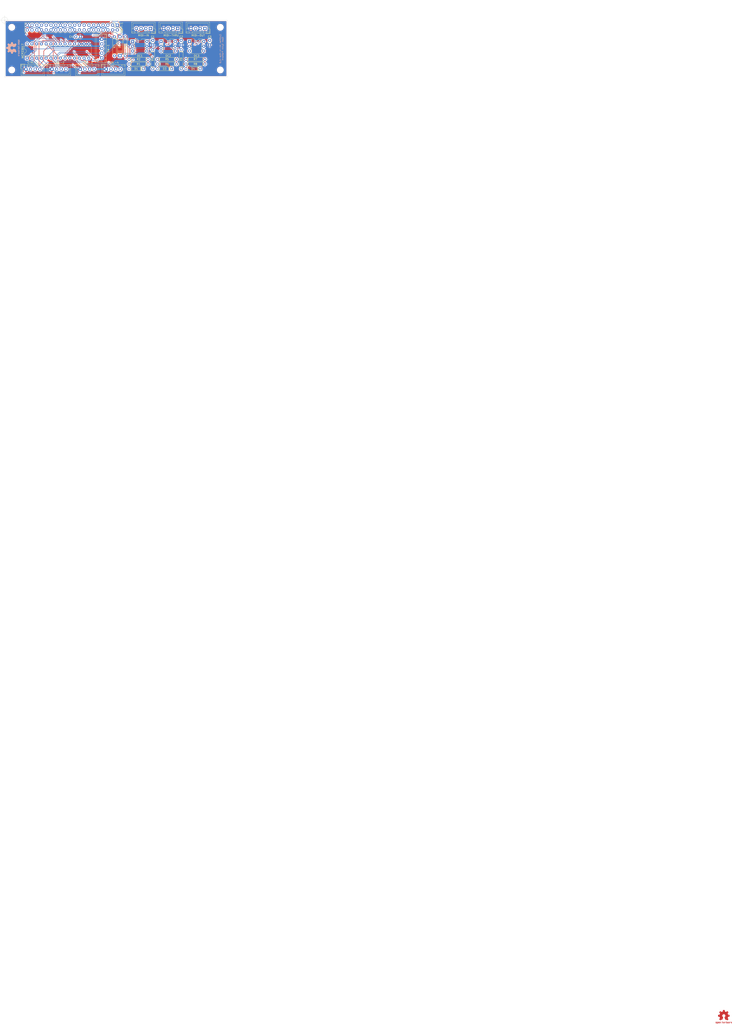
<source format=kicad_pcb>
(kicad_pcb (version 4) (host pcbnew 4.0.6)
  (layers (0 F.Cu signal) (31 B.Cu signal) (34 B.Paste user) (35 F.Paste user) (36 B.SilkS user) (37 F.SilkS user) (38 B.Mask user) (39 F.Mask user) (44 Edge.Cuts user))
  (net 0 "")
  (net 1 +3V3)
  (net 2 +5V)
  (net 3 GND)
  (net 4 /INTB)
  (net 5 /INTA)
  (net 6 "Net-(CTRL-1-Pad2)")
  (net 7 "Net-(CTRL-1-Pad3)")
  (net 8 "Net-(CTRL-1-Pad4)")
  (net 9 "Net-(CTRL-2-Pad2)")
  (net 10 "Net-(CTRL-2-Pad3)")
  (net 11 "Net-(CTRL-2-Pad4)")
  (net 12 "Net-(CTRL-3-Pad2)")
  (net 13 "Net-(CTRL-3-Pad3)")
  (net 14 "Net-(CTRL-3-Pad4)")
  (net 15 "Net-(CTRL-4-Pad2)")
  (net 16 "Net-(CTRL-4-Pad3)")
  (net 17 "Net-(CTRL-4-Pad4)")
  (net 18 "Net-(MCP23017-Pad7)")
  (net 19 "Net-(MCP23017-Pad8)")
  (net 20 "Net-(MCP23017-Pad12)")
  (net 21 "Net-(MCP23017-Pad13)")
  (net 22 "Net-(MCP23017-Pad27)")
  (net 23 "Net-(MCP23017-Pad28)")
  (net 24 "Net-(RBPi-1-Pad7)")
  (net 25 "Net-(RBPi-1-Pad11)")
  (net 26 "Net-(RBPi-1-Pad12)")
  (net 27 "Net-(RBPi-1-Pad13)")
  (net 28 "Net-(RBPi-1-Pad15)")
  (net 29 "Net-(RBPi-1-Pad16)")
  (net 30 "Net-(RBPi-1-Pad18)")
  (net 31 "Net-(RBPi-1-Pad19)")
  (net 32 "Net-(RBPi-1-Pad21)")
  (net 33 "Net-(RBPi-1-Pad22)")
  (net 34 "Net-(RBPi-1-Pad23)")
  (net 35 "Net-(RBPi-1-Pad24)")
  (net 36 "Net-(RBPi-1-Pad26)")
  (net 37 "Net-(RBPi-1-Pad27)")
  (net 38 "Net-(RBPi-1-Pad28)")
  (net 39 "Net-(RBPi-1-Pad29)")
  (net 40 "Net-(RBPi-1-Pad31)")
  (net 41 "Net-(RBPi-1-Pad32)")
  (net 42 "Net-(RBPi-1-Pad33)")
  (net 43 "Net-(RBPi-1-Pad35)")
  (net 44 "Net-(RBPi-1-Pad38)")
  (net 45 "Net-(RBPi-1-Pad40)")
  (net 46 "Net-(D1-Pad1)")
  (net 47 "Net-(D1-Pad2)")
  (net 48 "Net-(D2-Pad1)")
  (net 49 /MIDI-IN)
  (net 50 "Net-(D3-Pad1)")
  (net 51 "Net-(D3-Pad2)")
  (net 52 "Net-(D4-Pad1)")
  (net 53 "Net-(D4-Pad2)")
  (net 54 "Net-(MIDI-1-Pad3)")
  (net 55 "Net-(OC1-Pad1)")
  (net 56 "Net-(OC1-Pad3)")
  (net 57 /MIDI-THRU)
  (net 58 "Net-(OC2-Pad3)")
  (net 59 "Net-(OC3-Pad3)")
  (net 60 /MIDI-OUT)
  (net 61 "Net-(OC3-Pad1)")
  (module Symbols:OSHW-Logo2_9.8x8mm_Mask (layer F.Cu) (at 62.23 115.57 90)
    (fp_text reference REF*** hide)
    (fp_text value OSHW-Logo2_9.8x8mm_Copper hide)
  )
  (module Pin_Headers:Pin_Header_Straight_2x20_Pitch2.54mm (layer F.Cu) (at 118.1735 103.632 270)
    (fp_text reference RBPi-1 (at 1.27 -2.39 270) (layer F.SilkS))
    (fp_text value "RBPi GPIO")
    (pad 1 thru_hole rect (at 0 0 270) (size 1.7 1.7) (drill 1) (layers *.Cu *.Mask) (net 1 +3V3))
    (pad 2 thru_hole oval (at 2.54 0 270) (size 1.7 1.7) (drill 1) (layers *.Cu *.Mask) (net 2 +5V))
    (pad 3 thru_hole oval (at 0 2.54 270) (size 1.7 1.7) (drill 1) (layers *.Cu *.Mask) (net 21 "Net-(MCP23017-Pad13)"))
    (pad 4 thru_hole oval (at 2.54 2.54 270) (size 1.7 1.7) (drill 1) (layers *.Cu *.Mask) (net 2 +5V))
    (pad 5 thru_hole oval (at 0 5.08 270) (size 1.7 1.7) (drill 1) (layers *.Cu *.Mask) (net 20 "Net-(MCP23017-Pad12)"))
    (pad 6 thru_hole oval (at 2.54 5.08 270) (size 1.7 1.7) (drill 1) (layers *.Cu *.Mask) (net 3 GND))
    (pad 7 thru_hole oval (at 0 7.62 270) (size 1.7 1.7) (drill 1) (layers *.Cu *.Mask) (net 24 "Net-(RBPi-1-Pad7)"))
    (pad 8 thru_hole oval (at 2.54 7.62 270) (size 1.7 1.7) (drill 1) (layers *.Cu *.Mask) (net 60 /MIDI-OUT))
    (pad 9 thru_hole oval (at 0 10.16 270) (size 1.7 1.7) (drill 1) (layers *.Cu *.Mask) (net 3 GND))
    (pad 10 thru_hole oval (at 2.54 10.16 270) (size 1.7 1.7) (drill 1) (layers *.Cu *.Mask) (net 49 /MIDI-IN))
    (pad 11 thru_hole oval (at 0 12.7 270) (size 1.7 1.7) (drill 1) (layers *.Cu *.Mask) (net 25 "Net-(RBPi-1-Pad11)"))
    (pad 12 thru_hole oval (at 2.54 12.7 270) (size 1.7 1.7) (drill 1) (layers *.Cu *.Mask) (net 26 "Net-(RBPi-1-Pad12)"))
    (pad 13 thru_hole oval (at 0 15.24 270) (size 1.7 1.7) (drill 1) (layers *.Cu *.Mask) (net 27 "Net-(RBPi-1-Pad13)"))
    (pad 14 thru_hole oval (at 2.54 15.24 270) (size 1.7 1.7) (drill 1) (layers *.Cu *.Mask) (net 3 GND))
    (pad 15 thru_hole oval (at 0 17.78 270) (size 1.7 1.7) (drill 1) (layers *.Cu *.Mask) (net 28 "Net-(RBPi-1-Pad15)"))
    (pad 16 thru_hole oval (at 2.54 17.78 270) (size 1.7 1.7) (drill 1) (layers *.Cu *.Mask) (net 29 "Net-(RBPi-1-Pad16)"))
    (pad 17 thru_hole oval (at 0 20.32 270) (size 1.7 1.7) (drill 1) (layers *.Cu *.Mask) (net 1 +3V3))
    (pad 18 thru_hole oval (at 2.54 20.32 270) (size 1.7 1.7) (drill 1) (layers *.Cu *.Mask) (net 30 "Net-(RBPi-1-Pad18)"))
    (pad 19 thru_hole oval (at 0 22.86 270) (size 1.7 1.7) (drill 1) (layers *.Cu *.Mask) (net 31 "Net-(RBPi-1-Pad19)"))
    (pad 20 thru_hole oval (at 2.54 22.86 270) (size 1.7 1.7) (drill 1) (layers *.Cu *.Mask) (net 3 GND))
    (pad 21 thru_hole oval (at 0 25.4 270) (size 1.7 1.7) (drill 1) (layers *.Cu *.Mask) (net 32 "Net-(RBPi-1-Pad21)"))
    (pad 22 thru_hole oval (at 2.54 25.4 270) (size 1.7 1.7) (drill 1) (layers *.Cu *.Mask) (net 33 "Net-(RBPi-1-Pad22)"))
    (pad 23 thru_hole oval (at 0 27.94 270) (size 1.7 1.7) (drill 1) (layers *.Cu *.Mask) (net 34 "Net-(RBPi-1-Pad23)"))
    (pad 24 thru_hole oval (at 2.54 27.94 270) (size 1.7 1.7) (drill 1) (layers *.Cu *.Mask) (net 35 "Net-(RBPi-1-Pad24)"))
    (pad 25 thru_hole oval (at 0 30.48 270) (size 1.7 1.7) (drill 1) (layers *.Cu *.Mask) (net 3 GND))
    (pad 26 thru_hole oval (at 2.54 30.48 270) (size 1.7 1.7) (drill 1) (layers *.Cu *.Mask) (net 36 "Net-(RBPi-1-Pad26)"))
    (pad 27 thru_hole oval (at 0 33.02 270) (size 1.7 1.7) (drill 1) (layers *.Cu *.Mask) (net 37 "Net-(RBPi-1-Pad27)"))
    (pad 28 thru_hole oval (at 2.54 33.02 270) (size 1.7 1.7) (drill 1) (layers *.Cu *.Mask) (net 38 "Net-(RBPi-1-Pad28)"))
    (pad 29 thru_hole oval (at 0 35.56 270) (size 1.7 1.7) (drill 1) (layers *.Cu *.Mask) (net 39 "Net-(RBPi-1-Pad29)"))
    (pad 30 thru_hole oval (at 2.54 35.56 270) (size 1.7 1.7) (drill 1) (layers *.Cu *.Mask) (net 3 GND))
    (pad 31 thru_hole oval (at 0 38.1 270) (size 1.7 1.7) (drill 1) (layers *.Cu *.Mask) (net 40 "Net-(RBPi-1-Pad31)"))
    (pad 32 thru_hole oval (at 2.54 38.1 270) (size 1.7 1.7) (drill 1) (layers *.Cu *.Mask) (net 41 "Net-(RBPi-1-Pad32)"))
    (pad 33 thru_hole oval (at 0 40.64 270) (size 1.7 1.7) (drill 1) (layers *.Cu *.Mask) (net 42 "Net-(RBPi-1-Pad33)"))
    (pad 34 thru_hole oval (at 2.54 40.64 270) (size 1.7 1.7) (drill 1) (layers *.Cu *.Mask) (net 3 GND))
    (pad 35 thru_hole oval (at 0 43.18 270) (size 1.7 1.7) (drill 1) (layers *.Cu *.Mask) (net 43 "Net-(RBPi-1-Pad35)"))
    (pad 36 thru_hole oval (at 2.54 43.18 270) (size 1.7 1.7) (drill 1) (layers *.Cu *.Mask) (net 5 /INTA))
    (pad 37 thru_hole oval (at 0 45.72 270) (size 1.7 1.7) (drill 1) (layers *.Cu *.Mask) (net 4 /INTB))
    (pad 38 thru_hole oval (at 2.54 45.72 270) (size 1.7 1.7) (drill 1) (layers *.Cu *.Mask) (net 44 "Net-(RBPi-1-Pad38)"))
    (pad 39 thru_hole oval (at 0 48.26 270) (size 1.7 1.7) (drill 1) (layers *.Cu *.Mask) (net 3 GND))
    (pad 40 thru_hole oval (at 2.54 48.26 270) (size 1.7 1.7) (drill 1) (layers *.Cu *.Mask) (net 45 "Net-(RBPi-1-Pad40)"))
  )
  (module Housings_DIP:DIP-28_W7.62mm (layer F.Cu) (at 69.85 121.285 90)
    (fp_text reference MCP23017 (at 3.81 -2.39 90) (layer F.SilkS))
    (fp_text value MCP23017)
    (pad 1 thru_hole rect (at 0 0 90) (size 1.6 1.6) (drill 0.8) (layers *.Cu *.Mask) (net 12 "Net-(CTRL-3-Pad2)"))
    (pad 15 thru_hole oval (at 7.62 33.02 90) (size 1.6 1.6) (drill 0.8) (layers *.Cu *.Mask) (net 3 GND))
    (pad 2 thru_hole oval (at 0 2.54 90) (size 1.6 1.6) (drill 0.8) (layers *.Cu *.Mask) (net 13 "Net-(CTRL-3-Pad3)"))
    (pad 16 thru_hole oval (at 7.62 30.48 90) (size 1.6 1.6) (drill 0.8) (layers *.Cu *.Mask) (net 3 GND))
    (pad 3 thru_hole oval (at 0 5.08 90) (size 1.6 1.6) (drill 0.8) (layers *.Cu *.Mask) (net 14 "Net-(CTRL-3-Pad4)"))
    (pad 17 thru_hole oval (at 7.62 27.94 90) (size 1.6 1.6) (drill 0.8) (layers *.Cu *.Mask) (net 3 GND))
    (pad 4 thru_hole oval (at 0 7.62 90) (size 1.6 1.6) (drill 0.8) (layers *.Cu *.Mask) (net 15 "Net-(CTRL-4-Pad2)"))
    (pad 18 thru_hole oval (at 7.62 25.4 90) (size 1.6 1.6) (drill 0.8) (layers *.Cu *.Mask) (net 2 +5V))
    (pad 5 thru_hole oval (at 0 10.16 90) (size 1.6 1.6) (drill 0.8) (layers *.Cu *.Mask) (net 16 "Net-(CTRL-4-Pad3)"))
    (pad 19 thru_hole oval (at 7.62 22.86 90) (size 1.6 1.6) (drill 0.8) (layers *.Cu *.Mask) (net 4 /INTB))
    (pad 6 thru_hole oval (at 0 12.7 90) (size 1.6 1.6) (drill 0.8) (layers *.Cu *.Mask) (net 17 "Net-(CTRL-4-Pad4)"))
    (pad 20 thru_hole oval (at 7.62 20.32 90) (size 1.6 1.6) (drill 0.8) (layers *.Cu *.Mask) (net 5 /INTA))
    (pad 7 thru_hole oval (at 0 15.24 90) (size 1.6 1.6) (drill 0.8) (layers *.Cu *.Mask) (net 18 "Net-(MCP23017-Pad7)"))
    (pad 21 thru_hole oval (at 7.62 17.78 90) (size 1.6 1.6) (drill 0.8) (layers *.Cu *.Mask) (net 6 "Net-(CTRL-1-Pad2)"))
    (pad 8 thru_hole oval (at 0 17.78 90) (size 1.6 1.6) (drill 0.8) (layers *.Cu *.Mask) (net 19 "Net-(MCP23017-Pad8)"))
    (pad 22 thru_hole oval (at 7.62 15.24 90) (size 1.6 1.6) (drill 0.8) (layers *.Cu *.Mask) (net 7 "Net-(CTRL-1-Pad3)"))
    (pad 9 thru_hole oval (at 0 20.32 90) (size 1.6 1.6) (drill 0.8) (layers *.Cu *.Mask) (net 2 +5V))
    (pad 23 thru_hole oval (at 7.62 12.7 90) (size 1.6 1.6) (drill 0.8) (layers *.Cu *.Mask) (net 8 "Net-(CTRL-1-Pad4)"))
    (pad 10 thru_hole oval (at 0 22.86 90) (size 1.6 1.6) (drill 0.8) (layers *.Cu *.Mask) (net 3 GND))
    (pad 24 thru_hole oval (at 7.62 10.16 90) (size 1.6 1.6) (drill 0.8) (layers *.Cu *.Mask) (net 9 "Net-(CTRL-2-Pad2)"))
    (pad 11 thru_hole oval (at 0 25.4 90) (size 1.6 1.6) (drill 0.8) (layers *.Cu *.Mask))
    (pad 25 thru_hole oval (at 7.62 7.62 90) (size 1.6 1.6) (drill 0.8) (layers *.Cu *.Mask) (net 10 "Net-(CTRL-2-Pad3)"))
    (pad 12 thru_hole oval (at 0 27.94 90) (size 1.6 1.6) (drill 0.8) (layers *.Cu *.Mask) (net 20 "Net-(MCP23017-Pad12)"))
    (pad 26 thru_hole oval (at 7.62 5.08 90) (size 1.6 1.6) (drill 0.8) (layers *.Cu *.Mask) (net 11 "Net-(CTRL-2-Pad4)"))
    (pad 13 thru_hole oval (at 0 30.48 90) (size 1.6 1.6) (drill 0.8) (layers *.Cu *.Mask) (net 21 "Net-(MCP23017-Pad13)"))
    (pad 27 thru_hole oval (at 7.62 2.54 90) (size 1.6 1.6) (drill 0.8) (layers *.Cu *.Mask) (net 22 "Net-(MCP23017-Pad27)"))
    (pad 14 thru_hole oval (at 0 33.02 90) (size 1.6 1.6) (drill 0.8) (layers *.Cu *.Mask))
    (pad 28 thru_hole oval (at 7.62 0 90) (size 1.6 1.6) (drill 0.8) (layers *.Cu *.Mask) (net 23 "Net-(MCP23017-Pad28)"))
  )
  (module Housings_DIP:DIP-6_W7.62mm (layer F.Cu) (at 126.365 112.395)
    (fp_text reference OC1 (at 3.81 7.62) (layer F.SilkS))
    (fp_text value H11L1)
    (pad 1 thru_hole rect (at 0 0) (size 1.6 1.6) (drill 0.8) (layers *.Cu *.Mask) (net 55 "Net-(OC1-Pad1)"))
    (pad 4 thru_hole oval (at 7.62 5.08) (size 1.6 1.6) (drill 0.8) (layers *.Cu *.Mask) (net 48 "Net-(D2-Pad1)"))
    (pad 2 thru_hole oval (at 0 2.54) (size 1.6 1.6) (drill 0.8) (layers *.Cu *.Mask) (net 47 "Net-(D1-Pad2)"))
    (pad 5 thru_hole oval (at 7.62 2.54) (size 1.6 1.6) (drill 0.8) (layers *.Cu *.Mask) (net 3 GND))
    (pad 3 thru_hole oval (at 0 5.08) (size 1.6 1.6) (drill 0.8) (layers *.Cu *.Mask) (net 56 "Net-(OC1-Pad3)"))
    (pad 6 thru_hole oval (at 7.62 0) (size 1.6 1.6) (drill 0.8) (layers *.Cu *.Mask) (net 2 +5V))
  )
  (module Housings_DIP:DIP-6_W7.62mm (layer F.Cu) (at 141.605 112.395)
    (fp_text reference OC2 (at 3.81 7.62) (layer F.SilkS))
    (fp_text value H11L1)
    (pad 1 thru_hole rect (at 0 0) (size 1.6 1.6) (drill 0.8) (layers *.Cu *.Mask) (net 57 /MIDI-THRU))
    (pad 4 thru_hole oval (at 7.62 5.08) (size 1.6 1.6) (drill 0.8) (layers *.Cu *.Mask) (net 50 "Net-(D3-Pad1)"))
    (pad 2 thru_hole oval (at 0 2.54) (size 1.6 1.6) (drill 0.8) (layers *.Cu *.Mask) (net 3 GND))
    (pad 5 thru_hole oval (at 7.62 2.54) (size 1.6 1.6) (drill 0.8) (layers *.Cu *.Mask) (net 3 GND))
    (pad 3 thru_hole oval (at 0 5.08) (size 1.6 1.6) (drill 0.8) (layers *.Cu *.Mask) (net 58 "Net-(OC2-Pad3)"))
    (pad 6 thru_hole oval (at 7.62 0) (size 1.6 1.6) (drill 0.8) (layers *.Cu *.Mask) (net 2 +5V))
  )
  (module Housings_DIP:DIP-6_W7.62mm (layer F.Cu) (at 156.845 112.395)
    (fp_text reference OC3 (at 3.81 7.62) (layer F.SilkS))
    (fp_text value H11L1)
    (pad 1 thru_hole rect (at 0 0) (size 1.6 1.6) (drill 0.8) (layers *.Cu *.Mask) (net 61 "Net-(OC3-Pad1)"))
    (pad 4 thru_hole oval (at 7.62 5.08) (size 1.6 1.6) (drill 0.8) (layers *.Cu *.Mask) (net 52 "Net-(D4-Pad1)"))
    (pad 2 thru_hole oval (at 0 2.54) (size 1.6 1.6) (drill 0.8) (layers *.Cu *.Mask) (net 3 GND))
    (pad 5 thru_hole oval (at 7.62 2.54) (size 1.6 1.6) (drill 0.8) (layers *.Cu *.Mask) (net 3 GND))
    (pad 3 thru_hole oval (at 0 5.08) (size 1.6 1.6) (drill 0.8) (layers *.Cu *.Mask) (net 59 "Net-(OC3-Pad3)"))
    (pad 6 thru_hole oval (at 7.62 0) (size 1.6 1.6) (drill 0.8) (layers *.Cu *.Mask) (net 2 +5V))
  )
  (module Capacitors_ThroughHole:C_Disc_D3.0mm_W1.6mm_P2.50mm (layer F.Cu) (at 137.16 111.76 270)
    (fp_text reference C1 (at -1.905 0 360) (layer F.SilkS))
    (fp_text value 100n)
    (pad 1 thru_hole circle (at 0 0 270) (size 1.6 1.6) (drill 0.8) (layers *.Cu *.Mask) (net 2 +5V))
    (pad 2 thru_hole circle (at 2.5 0 270) (size 1.6 1.6) (drill 0.8) (layers *.Cu *.Mask) (net 3 GND))
  )
  (module Capacitors_ThroughHole:C_Disc_D3.0mm_W1.6mm_P2.50mm (layer F.Cu) (at 152.4 111.76 270)
    (fp_text reference C2 (at -1.905 0 360) (layer F.SilkS))
    (fp_text value 100n)
    (pad 1 thru_hole circle (at 0 0 270) (size 1.6 1.6) (drill 0.8) (layers *.Cu *.Mask) (net 2 +5V))
    (pad 2 thru_hole circle (at 2.5 0 270) (size 1.6 1.6) (drill 0.8) (layers *.Cu *.Mask) (net 3 GND))
  )
  (module Capacitors_ThroughHole:C_Disc_D3.0mm_W1.6mm_P2.50mm (layer F.Cu) (at 167.64 111.76 270)
    (fp_text reference C3 (at -1.905 0 360) (layer F.SilkS))
    (fp_text value 100n)
    (pad 1 thru_hole circle (at 0 0 270) (size 1.6 1.6) (drill 0.8) (layers *.Cu *.Mask) (net 2 +5V))
    (pad 2 thru_hole circle (at 2.5 0 270) (size 1.6 1.6) (drill 0.8) (layers *.Cu *.Mask) (net 3 GND))
  )
  (module Discret:R4 (layer F.Cu) (at 129.54 124.46 180)
    (fp_text reference R1 (at 0 0 180) (layer F.SilkS))
    (fp_text value 100)
    (pad 1 thru_hole circle (at -5.08 0 180) (size 1.524 1.524) (drill 0.8128) (layers *.Cu *.Mask) (net 46 "Net-(D1-Pad1)"))
    (pad 2 thru_hole circle (at 5.08 0 180) (size 1.524 1.524) (drill 0.8128) (layers *.Cu *.Mask) (net 54 "Net-(MIDI-1-Pad3)"))
  )
  (module Discret:R4 (layer F.Cu) (at 129.54 121.92)
    (fp_text reference R2 (at 0 0) (layer F.SilkS))
    (fp_text value 470)
    (pad 1 thru_hole circle (at -5.08 0) (size 1.524 1.524) (drill 0.8128) (layers *.Cu *.Mask) (net 55 "Net-(OC1-Pad1)"))
    (pad 2 thru_hole circle (at 5.08 0) (size 1.524 1.524) (drill 0.8128) (layers *.Cu *.Mask) (net 46 "Net-(D1-Pad1)"))
  )
  (module Discret:R4 (layer F.Cu) (at 116.6495 114.935 270)
    (fp_text reference R3 (at 0 0 270) (layer F.SilkS))
    (fp_text value 1K)
    (pad 1 thru_hole circle (at -5.08 0 270) (size 1.524 1.524) (drill 0.8128) (layers *.Cu *.Mask) (net 2 +5V))
    (pad 2 thru_hole circle (at 5.08 0 270) (size 1.524 1.524) (drill 0.8128) (layers *.Cu *.Mask) (net 48 "Net-(D2-Pad1)"))
  )
  (module Discret:R4 (layer F.Cu) (at 137.16 121.92 90)
    (fp_text reference R4 (at 0 0 90) (layer F.SilkS))
    (fp_text value 1K)
    (pad 1 thru_hole circle (at -5.08 0 90) (size 1.524 1.524) (drill 0.8128) (layers *.Cu *.Mask) (net 48 "Net-(D2-Pad1)"))
    (pad 2 thru_hole circle (at 5.08 0 90) (size 1.524 1.524) (drill 0.8128) (layers *.Cu *.Mask) (net 57 /MIDI-THRU))
  )
  (module Discret:R4 (layer F.Cu) (at 144.78 121.92)
    (fp_text reference R5 (at 0 0) (layer F.SilkS))
    (fp_text value 4K7)
    (pad 1 thru_hole circle (at -5.08 0) (size 1.524 1.524) (drill 0.8128) (layers *.Cu *.Mask) (net 51 "Net-(D3-Pad2)"))
    (pad 2 thru_hole circle (at 5.08 0) (size 1.524 1.524) (drill 0.8128) (layers *.Cu *.Mask) (net 2 +5V))
  )
  (module Discret:R4 (layer F.Cu) (at 144.78 124.46)
    (fp_text reference R6 (at 0 0) (layer F.SilkS))
    (fp_text value 470)
    (pad 1 thru_hole circle (at -5.08 0) (size 1.524 1.524) (drill 0.8128) (layers *.Cu *.Mask) (net 50 "Net-(D3-Pad1)"))
    (pad 2 thru_hole circle (at 5.08 0) (size 1.524 1.524) (drill 0.8128) (layers *.Cu *.Mask) (net 2 +5V))
  )
  (module Discret:R4 (layer F.Cu) (at 160.02 121.92)
    (fp_text reference R7 (at 0 0) (layer F.SilkS))
    (fp_text value 4K7)
    (pad 1 thru_hole circle (at -5.08 0) (size 1.524 1.524) (drill 0.8128) (layers *.Cu *.Mask) (net 53 "Net-(D4-Pad2)"))
    (pad 2 thru_hole circle (at 5.08 0) (size 1.524 1.524) (drill 0.8128) (layers *.Cu *.Mask) (net 2 +5V))
  )
  (module Discret:R4 (layer F.Cu) (at 160.02 124.46)
    (fp_text reference R8 (at 0 0) (layer F.SilkS))
    (fp_text value 470)
    (pad 1 thru_hole circle (at -5.08 0) (size 1.524 1.524) (drill 0.8128) (layers *.Cu *.Mask) (net 52 "Net-(D4-Pad1)"))
    (pad 2 thru_hole circle (at 5.08 0) (size 1.524 1.524) (drill 0.8128) (layers *.Cu *.Mask) (net 2 +5V))
  )
  (module Discret:R4 (layer F.Cu) (at 152.4 121.92 270)
    (fp_text reference R9 (at 0 0 270) (layer F.SilkS))
    (fp_text value 1K)
    (pad 1 thru_hole circle (at -5.08 0 270) (size 1.524 1.524) (drill 0.8128) (layers *.Cu *.Mask) (net 60 /MIDI-OUT))
    (pad 2 thru_hole circle (at 5.08 0 270) (size 1.524 1.524) (drill 0.8128) (layers *.Cu *.Mask) (net 61 "Net-(OC3-Pad1)"))
  )
  (module Discret:R4 (layer F.Cu) (at 122.428 114.935 90)
    (fp_text reference R10 (at 0 0 90) (layer F.SilkS))
    (fp_text value 10K)
    (pad 1 thru_hole circle (at -5.08 0 90) (size 1.524 1.524) (drill 0.8128) (layers *.Cu *.Mask) (net 1 +3V3))
    (pad 2 thru_hole circle (at 5.08 0 90) (size 1.524 1.524) (drill 0.8128) (layers *.Cu *.Mask) (net 49 /MIDI-IN))
  )
  (module Discret:D3 (layer F.Cu) (at 128.27 127)
    (fp_text reference D1 (at 0 0) (layer F.SilkS))
    (fp_text value 1N4148)
    (pad 1 thru_hole rect (at 3.81 0) (size 1.397 1.397) (drill 0.8128) (layers *.Cu *.Mask) (net 46 "Net-(D1-Pad1)"))
    (pad 2 thru_hole circle (at -3.81 0) (size 1.397 1.397) (drill 0.8128) (layers *.Cu *.Mask) (net 47 "Net-(D1-Pad2)"))
  )
  (module Discret:D3 (layer F.Cu) (at 143.51 127)
    (fp_text reference D3 (at 0 0) (layer F.SilkS))
    (fp_text value 1N4148)
    (pad 1 thru_hole rect (at 3.81 0) (size 1.397 1.397) (drill 0.8128) (layers *.Cu *.Mask) (net 50 "Net-(D3-Pad1)"))
    (pad 2 thru_hole circle (at -3.81 0) (size 1.397 1.397) (drill 0.8128) (layers *.Cu *.Mask) (net 51 "Net-(D3-Pad2)"))
  )
  (module Discret:D3 (layer F.Cu) (at 158.75 127)
    (fp_text reference D4 (at 0 0) (layer F.SilkS))
    (fp_text value 1N4148)
    (pad 1 thru_hole rect (at 3.81 0) (size 1.397 1.397) (drill 0.8128) (layers *.Cu *.Mask) (net 52 "Net-(D4-Pad1)"))
    (pad 2 thru_hole circle (at -3.81 0) (size 1.397 1.397) (drill 0.8128) (layers *.Cu *.Mask) (net 53 "Net-(D4-Pad2)"))
  )
  (module Mounting_Holes:MountingHole_2.7mm_M2.5_DIN965 (layer F.Cu) (at 61.595 104.775 180)
    (fp_text reference MH1 hide)
    (fp_text value MountingHole_2.7mm_M2.5_DIN965 hide)
    (pad 1 np_thru_hole circle (at 0 0 180) (size 2.7 2.7) (drill 2.7) (layers *.Cu *.Mask))
  )
  (module Mounting_Holes:MountingHole_2.7mm_M2.5_DIN965 (layer F.Cu) (at 61.595 127.635)
    (fp_text reference MH3 hide)
    (fp_text value MountingHole_2.7mm_M2.5_DIN965 hide)
    (pad 1 np_thru_hole circle (at 0 0) (size 2.7 2.7) (drill 2.7) (layers *.Cu *.Mask))
  )
  (module Mounting_Holes:MountingHole_2.7mm_M2.5_DIN965 (layer F.Cu) (at 173.355 104.775 180)
    (fp_text reference MH2 hide)
    (fp_text value MountingHole_2.7mm_M2.5_DIN965 hide)
    (pad 1 np_thru_hole circle (at 0 0 180) (size 2.7 2.7) (drill 2.7) (layers *.Cu *.Mask))
  )
  (module Mounting_Holes:MountingHole_2.7mm_M2.5_DIN965 (layer F.Cu) (at 173.355 127.635)
    (fp_text reference MH4 hide)
    (fp_text value MountingHole_2.7mm_M2.5_DIN965 hide)
    (pad 1 np_thru_hole circle (at 0 0) (size 2.7 2.7) (drill 2.7) (layers *.Cu *.Mask))
  )
  (module Capacitors_ThroughHole:C_Disc_D3.0mm_W1.6mm_P2.50mm (layer F.Cu) (at 95.885 109.855)
    (fp_text reference C4 (at -2.54 0) (layer F.SilkS))
    (fp_text value 100n)
    (pad 1 thru_hole circle (at 0 0) (size 1.6 1.6) (drill 0.8) (layers *.Cu *.Mask) (net 2 +5V))
    (pad 2 thru_hole circle (at 2.5 0) (size 1.6 1.6) (drill 0.8) (layers *.Cu *.Mask) (net 3 GND))
  )
  (module Connectors_JST:JST_XH_B04B-XH-A_04x2.50mm_Straight (layer F.Cu) (at 69.1515 127.1905)
    (fp_text reference CTRL-1 (at 3.75 -3.5) (layer F.SilkS))
    (fp_text value CTRL1)
    (pad 1 thru_hole rect (at 0 0) (size 1.75 1.75) (drill 1) (layers *.Cu *.Mask) (net 3 GND))
    (pad 2 thru_hole circle (at 2.5 0) (size 1.75 1.75) (drill 1) (layers *.Cu *.Mask) (net 6 "Net-(CTRL-1-Pad2)"))
    (pad 3 thru_hole circle (at 5 0) (size 1.75 1.75) (drill 1) (layers *.Cu *.Mask) (net 7 "Net-(CTRL-1-Pad3)"))
    (pad 4 thru_hole circle (at 7.5 0) (size 1.75 1.75) (drill 1) (layers *.Cu *.Mask) (net 8 "Net-(CTRL-1-Pad4)"))
  )
  (module Connectors_JST:JST_XH_B04B-XH-A_04x2.50mm_Straight (layer F.Cu) (at 83.1215 127.1905)
    (fp_text reference CTRL-2 (at 3.75 -3.5) (layer F.SilkS))
    (fp_text value CTRL2)
    (pad 1 thru_hole rect (at 0 0) (size 1.75 1.75) (drill 1) (layers *.Cu *.Mask) (net 3 GND))
    (pad 2 thru_hole circle (at 2.5 0) (size 1.75 1.75) (drill 1) (layers *.Cu *.Mask) (net 9 "Net-(CTRL-2-Pad2)"))
    (pad 3 thru_hole circle (at 5 0) (size 1.75 1.75) (drill 1) (layers *.Cu *.Mask) (net 10 "Net-(CTRL-2-Pad3)"))
    (pad 4 thru_hole circle (at 7.5 0) (size 1.75 1.75) (drill 1) (layers *.Cu *.Mask) (net 11 "Net-(CTRL-2-Pad4)"))
  )
  (module Connectors_JST:JST_XH_B04B-XH-A_04x2.50mm_Straight (layer F.Cu) (at 98.298 127.1905)
    (fp_text reference CTRL-3 (at 3.75 -3.5) (layer F.SilkS))
    (fp_text value CTRL3)
    (pad 1 thru_hole rect (at 0 0) (size 1.75 1.75) (drill 1) (layers *.Cu *.Mask) (net 3 GND))
    (pad 2 thru_hole circle (at 2.5 0) (size 1.75 1.75) (drill 1) (layers *.Cu *.Mask) (net 12 "Net-(CTRL-3-Pad2)"))
    (pad 3 thru_hole circle (at 5 0) (size 1.75 1.75) (drill 1) (layers *.Cu *.Mask) (net 13 "Net-(CTRL-3-Pad3)"))
    (pad 4 thru_hole circle (at 7.5 0) (size 1.75 1.75) (drill 1) (layers *.Cu *.Mask) (net 14 "Net-(CTRL-3-Pad4)"))
  )
  (module Connectors_JST:JST_XH_B04B-XH-A_04x2.50mm_Straight (layer F.Cu) (at 112.268 127.1905)
    (fp_text reference CTRL-4 (at 3.75 -3.5) (layer F.SilkS))
    (fp_text value CTRL4)
    (pad 1 thru_hole rect (at 0 0) (size 1.75 1.75) (drill 1) (layers *.Cu *.Mask) (net 3 GND))
    (pad 2 thru_hole circle (at 2.5 0) (size 1.75 1.75) (drill 1) (layers *.Cu *.Mask) (net 15 "Net-(CTRL-4-Pad2)"))
    (pad 3 thru_hole circle (at 5 0) (size 1.75 1.75) (drill 1) (layers *.Cu *.Mask) (net 16 "Net-(CTRL-4-Pad3)"))
    (pad 4 thru_hole circle (at 7.5 0) (size 1.75 1.75) (drill 1) (layers *.Cu *.Mask) (net 17 "Net-(CTRL-4-Pad4)"))
  )
  (module Connectors_JST:JST_XH_B04B-XH-A_04x2.50mm_Straight (layer F.Cu) (at 135.89 105.41 180)
    (fp_text reference MIDI-1 hide)
    (fp_text value MIDI-IN (at 3.683 -3.683 180) (layer F.SilkS))
    (pad 1 thru_hole rect (at 0 0 180) (size 1.75 1.75) (drill 1) (layers *.Cu *.Mask) (net 46 "Net-(D1-Pad1)"))
    (pad 2 thru_hole circle (at 2.5 0 180) (size 1.75 1.75) (drill 1) (layers *.Cu *.Mask) (net 47 "Net-(D1-Pad2)"))
    (pad 3 thru_hole circle (at 5 0 180) (size 1.75 1.75) (drill 1) (layers *.Cu *.Mask) (net 54 "Net-(MIDI-1-Pad3)"))
    (pad 4 thru_hole circle (at 7.5 0 180) (size 1.75 1.75) (drill 1) (layers *.Cu *.Mask) (net 47 "Net-(D1-Pad2)"))
  )
  (module Connectors_JST:JST_XH_B04B-XH-A_04x2.50mm_Straight (layer F.Cu) (at 150.495 105.41 180)
    (fp_text reference MIDI-2 hide)
    (fp_text value MIDI-THRU (at 3.4925 -3.683 180) (layer F.SilkS))
    (pad 1 thru_hole rect (at 0 0 180) (size 1.75 1.75) (drill 1) (layers *.Cu *.Mask) (net 51 "Net-(D3-Pad2)"))
    (pad 2 thru_hole circle (at 2.5 0 180) (size 1.75 1.75) (drill 1) (layers *.Cu *.Mask) (net 3 GND))
    (pad 3 thru_hole circle (at 5 0 180) (size 1.75 1.75) (drill 1) (layers *.Cu *.Mask) (net 50 "Net-(D3-Pad1)"))
    (pad 4 thru_hole circle (at 7.5 0 180) (size 1.75 1.75) (drill 1) (layers *.Cu *.Mask) (net 3 GND))
  )
  (module Connectors_JST:JST_XH_B04B-XH-A_04x2.50mm_Straight (layer F.Cu) (at 165.1 105.41 180)
    (fp_text reference MIDI-3 hide)
    (fp_text value MIDI-OUT (at 3.6195 -3.683 180) (layer F.SilkS))
    (pad 1 thru_hole rect (at 0 0 180) (size 1.75 1.75) (drill 1) (layers *.Cu *.Mask) (net 53 "Net-(D4-Pad2)"))
    (pad 2 thru_hole circle (at 2.5 0 180) (size 1.75 1.75) (drill 1) (layers *.Cu *.Mask) (net 3 GND))
    (pad 3 thru_hole circle (at 5 0 180) (size 1.75 1.75) (drill 1) (layers *.Cu *.Mask) (net 52 "Net-(D4-Pad1)"))
    (pad 4 thru_hole circle (at 7.5 0 180) (size 1.75 1.75) (drill 1) (layers *.Cu *.Mask) (net 3 GND))
  )
  (module Symbols:OSHW-Logo2_9.8x8mm_Copper (layer F.Cu) (at 443.23 635)
    (fp_text reference REF*** hide)
    (fp_text value OSHW-Logo2_9.8x8mm_Copper hide)
    (fp_poly (pts (xy -3.231114 2.584505) (xy -3.156461 2.621727) (xy -3.090569 2.690261) (xy -3.072423 2.715648) (xy -3.052655 2.748866) (xy -3.039828 2.784945) (xy -3.03249 2.833098) (xy -3.029187 2.902536) (xy -3.028462 2.994206) (xy -3.031737 3.11983) (xy -3.043123 3.214154) (xy -3.064959 3.284523) (xy -3.099581 3.338286) (xy -3.14933 3.382788) (xy -3.152986 3.385423) (xy -3.202015 3.412377) (xy -3.261055 3.425712) (xy -3.336141 3.429) (xy -3.458205 3.429) (xy -3.458256 3.547497) (xy -3.459392 3.613492) (xy -3.466314 3.652202) (xy -3.484402 3.675419) (xy -3.519038 3.694933) (xy -3.527355 3.69892) (xy -3.56628 3.717603) (xy -3.596417 3.729403) (xy -3.618826 3.730422) (xy -3.634567 3.716761) (xy -3.644698 3.684522) (xy -3.650277 3.629804) (xy -3.652365 3.548711) (xy -3.652019 3.437344) (xy -3.6503 3.291802) (xy -3.649763 3.248269) (xy -3.647828 3.098205) (xy -3.646096 3.000042) (xy -3.458308 3.000042) (xy -3.457252 3.083364) (xy -3.452562 3.13788) (xy -3.441949 3.173837) (xy -3.423128 3.201482) (xy -3.41035 3.214965) (xy -3.35811 3.254417) (xy -3.311858 3.257628) (xy -3.264133 3.225049) (xy -3.262923 3.223846) (xy -3.243506 3.198668) (xy -3.231693 3.164447) (xy -3.225735 3.111748) (xy -3.22388 3.031131) (xy -3.223846 3.013271) (xy -3.22833 2.902175) (xy -3.242926 2.825161) (xy -3.26935 2.778147) (xy -3.309317 2.75705) (xy -3.332416 2.754923) (xy -3.387238 2.7649) (xy -3.424842 2.797752) (xy -3.447477 2.857857) (xy -3.457394 2.949598) (xy -3.458308 3.000042) (xy -3.646096 3.000042) (xy -3.645778 2.98206) (xy -3.643127 2.894679) (xy -3.639394 2.830905) (xy -3.634093 2.785582) (xy -3.626742 2.753555) (xy -3.616857 2.729668) (xy -3.603954 2.708764) (xy -3.598421 2.700898) (xy -3.525031 2.626595) (xy -3.43224 2.584467) (xy -3.324904 2.572722) (xy -3.231114 2.584505)) (layer F.Cu) (width 0.01))
    (fp_poly (pts (xy -1.728336 2.595089) (xy -1.665633 2.631358) (xy -1.622039 2.667358) (xy -1.590155 2.705075) (xy -1.56819 2.751199) (xy -1.554351 2.812421) (xy -1.546847 2.895431) (xy -1.543883 3.006919) (xy -1.543539 3.087062) (xy -1.543539 3.382065) (xy -1.709615 3.456515) (xy -1.719385 3.133402) (xy -1.723421 3.012729) (xy -1.727656 2.925141) (xy -1.732903 2.86465) (xy -1.739975 2.825268) (xy -1.749689 2.801007) (xy -1.762856 2.78588) (xy -1.767081 2.782606) (xy -1.831091 2.757034) (xy -1.895792 2.767153) (xy -1.934308 2.794) (xy -1.949975 2.813024) (xy -1.96082 2.837988) (xy -1.967712 2.875834) (xy -1.971521 2.933502) (xy -1.973117 3.017935) (xy -1.973385 3.105928) (xy -1.973437 3.216323) (xy -1.975328 3.294463) (xy -1.981655 3.347165) (xy -1.995017 3.381242) (xy -2.018015 3.403511) (xy -2.053246 3.420787) (xy -2.100303 3.438738) (xy -2.151697 3.458278) (xy -2.145579 3.111485) (xy -2.143116 2.986468) (xy -2.140233 2.894082) (xy -2.136102 2.827881) (xy -2.129893 2.78142) (xy -2.120774 2.748256) (xy -2.107917 2.721944) (xy -2.092416 2.698729) (xy -2.017629 2.624569) (xy -1.926372 2.581684) (xy -1.827117 2.571412) (xy -1.728336 2.595089)) (layer F.Cu) (width 0.01))
    (fp_poly (pts (xy -3.983114 2.587256) (xy -3.891536 2.635409) (xy -3.823951 2.712905) (xy -3.799943 2.762727) (xy -3.781262 2.837533) (xy -3.771699 2.932052) (xy -3.770792 3.03521) (xy -3.778079 3.135935) (xy -3.793097 3.223153) (xy -3.815385 3.285791) (xy -3.822235 3.296579) (xy -3.903368 3.377105) (xy -3.999734 3.425336) (xy -4.104299 3.43945) (xy -4.210032 3.417629) (xy -4.239457 3.404547) (xy -4.296759 3.364231) (xy -4.34705 3.310775) (xy -4.351803 3.303995) (xy -4.371122 3.271321) (xy -4.383892 3.236394) (xy -4.391436 3.190414) (xy -4.395076 3.124584) (xy -4.396135 3.030105) (xy -4.396154 3.008923) (xy -4.396106 3.002182) (xy -4.200769 3.002182) (xy -4.199632 3.091349) (xy -4.195159 3.15052) (xy -4.185754 3.188741) (xy -4.169824 3.215053) (xy -4.161692 3.223846) (xy -4.114942 3.257261) (xy -4.069553 3.255737) (xy -4.02366 3.226752) (xy -3.996288 3.195809) (xy -3.980077 3.150643) (xy -3.970974 3.07942) (xy -3.970349 3.071114) (xy -3.968796 2.942037) (xy -3.985035 2.846172) (xy -4.018848 2.784107) (xy -4.070016 2.756432) (xy -4.08828 2.754923) (xy -4.13624 2.762513) (xy -4.169047 2.788808) (xy -4.189105 2.839095) (xy -4.198822 2.918664) (xy -4.200769 3.002182) (xy -4.396106 3.002182) (xy -4.395426 2.908249) (xy -4.392371 2.837906) (xy -4.385678 2.789163) (xy -4.37404 2.753288) (xy -4.356147 2.721548) (xy -4.352192 2.715648) (xy -4.285733 2.636104) (xy -4.213315 2.589929) (xy -4.125151 2.571599) (xy -4.095213 2.570703) (xy -3.983114 2.587256)) (layer F.Cu) (width 0.01))
    (fp_poly (pts (xy -2.465746 2.599745) (xy -2.388714 2.651567) (xy -2.329184 2.726412) (xy -2.293622 2.821654) (xy -2.286429 2.891756) (xy -2.287246 2.921009) (xy -2.294086 2.943407) (xy -2.312888 2.963474) (xy -2.349592 2.985733) (xy -2.410138 3.014709) (xy -2.500466 3.054927) (xy -2.500923 3.055129) (xy -2.584067 3.09321) (xy -2.652247 3.127025) (xy -2.698495 3.152933) (xy -2.715842 3.167295) (xy -2.715846 3.167411) (xy -2.700557 3.198685) (xy -2.664804 3.233157) (xy -2.623758 3.25799) (xy -2.602963 3.262923) (xy -2.54623 3.245862) (xy -2.497373 3.203133) (xy -2.473535 3.156155) (xy -2.450603 3.121522) (xy -2.405682 3.082081) (xy -2.352877 3.048009) (xy -2.30629 3.02948) (xy -2.296548 3.028462) (xy -2.285582 3.045215) (xy -2.284921 3.088039) (xy -2.29298 3.145781) (xy -2.308173 3.207289) (xy -2.328914 3.261409) (xy -2.329962 3.26351) (xy -2.392379 3.35066) (xy -2.473274 3.409939) (xy -2.565144 3.439034) (xy -2.660487 3.435634) (xy -2.751802 3.397428) (xy -2.755862 3.394741) (xy -2.827694 3.329642) (xy -2.874927 3.244705) (xy -2.901066 3.133021) (xy -2.904574 3.101643) (xy -2.910787 2.953536) (xy -2.903339 2.884468) (xy -2.715846 2.884468) (xy -2.71341 2.927552) (xy -2.700086 2.940126) (xy -2.666868 2.930719) (xy -2.614506 2.908483) (xy -2.555976 2.88061) (xy -2.554521 2.879872) (xy -2.504911 2.853777) (xy -2.485 2.836363) (xy -2.48991 2.818107) (xy -2.510584 2.79412) (xy -2.563181 2.759406) (xy -2.619823 2.756856) (xy -2.670631 2.782119) (xy -2.705724 2.830847) (xy -2.715846 2.884468) (xy -2.903339 2.884468) (xy -2.898008 2.835036) (xy -2.865222 2.741055) (xy -2.819579 2.675215) (xy -2.737198 2.608681) (xy -2.646454 2.575676) (xy -2.553815 2.573573) (xy -2.465746 2.599745)) (layer F.Cu) (width 0.01))
    (fp_poly (pts (xy -0.840154 2.49212) (xy -0.834428 2.57198) (xy -0.827851 2.619039) (xy -0.818738 2.639566) (xy -0.805402 2.639829) (xy -0.801077 2.637378) (xy -0.743556 2.619636) (xy -0.668732 2.620672) (xy -0.592661 2.63891) (xy -0.545082 2.662505) (xy -0.496298 2.700198) (xy -0.460636 2.742855) (xy -0.436155 2.797057) (xy -0.420913 2.869384) (xy -0.41297 2.966419) (xy -0.410384 3.094742) (xy -0.410338 3.119358) (xy -0.410308 3.39587) (xy -0.471839 3.41732) (xy -0.515541 3.431912) (xy -0.539518 3.438706) (xy -0.540223 3.438769) (xy -0.542585 3.420345) (xy -0.544594 3.369526) (xy -0.546099 3.292993) (xy -0.546947 3.19743) (xy -0.547077 3.139329) (xy -0.547349 3.024771) (xy -0.548748 2.942667) (xy -0.552151 2.886393) (xy -0.558433 2.849326) (xy -0.568471 2.824844) (xy -0.583139 2.806325) (xy -0.592298 2.797406) (xy -0.655211 2.761466) (xy -0.723864 2.758775) (xy -0.786152 2.78917) (xy -0.797671 2.800144) (xy -0.814567 2.820779) (xy -0.826286 2.845256) (xy -0.833767 2.880647) (xy -0.837946 2.934026) (xy -0.839763 3.012466) (xy -0.840154 3.120617) (xy -0.840154 3.39587) (xy -0.901685 3.41732) (xy -0.945387 3.431912) (xy -0.969364 3.438706) (xy -0.97007 3.438769) (xy -0.971874 3.420069) (xy -0.9735 3.367322) (xy -0.974883 3.285557) (xy -0.975958 3.179805) (xy -0.97666 3.055094) (xy -0.976923 2.916455) (xy -0.976923 2.381806) (xy -0.849923 2.328236) (xy -0.840154 2.49212)) (layer F.Cu) (width 0.01))
    (fp_poly (pts (xy 0.053501 2.626303) (xy 0.13006 2.654733) (xy 0.130936 2.655279) (xy 0.178285 2.690127) (xy 0.213241 2.730852) (xy 0.237825 2.783925) (xy 0.254062 2.855814) (xy 0.263975 2.952992) (xy 0.269586 3.081928) (xy 0.270077 3.100298) (xy 0.277141 3.377287) (xy 0.217695 3.408028) (xy 0.174681 3.428802) (xy 0.14871 3.438646) (xy 0.147509 3.438769) (xy 0.143014 3.420606) (xy 0.139444 3.371612) (xy 0.137248 3.300031) (xy 0.136769 3.242068) (xy 0.136758 3.14817) (xy 0.132466 3.089203) (xy 0.117503 3.061079) (xy 0.085482 3.059706) (xy 0.030014 3.080998) (xy -0.053731 3.120136) (xy -0.115311 3.152643) (xy -0.146983 3.180845) (xy -0.156294 3.211582) (xy -0.156308 3.213104) (xy -0.140943 3.266054) (xy -0.095453 3.29466) (xy -0.025834 3.298803) (xy 0.024313 3.298084) (xy 0.050754 3.312527) (xy 0.067243 3.347218) (xy 0.076733 3.391416) (xy 0.063057 3.416493) (xy 0.057907 3.420082) (xy 0.009425 3.434496) (xy -0.058469 3.436537) (xy -0.128388 3.426983) (xy -0.177932 3.409522) (xy -0.24643 3.351364) (xy -0.285366 3.270408) (xy -0.293077 3.20716) (xy -0.287193 3.150111) (xy -0.265899 3.103542) (xy -0.223735 3.062181) (xy -0.155241 3.020755) (xy -0.054956 2.973993) (xy -0.048846 2.97135) (xy 0.04149 2.929617) (xy 0.097235 2.895391) (xy 0.121129 2.864635) (xy 0.115913 2.833311) (xy 0.084328 2.797383) (xy 0.074883 2.789116) (xy 0.011617 2.757058) (xy -0.053936 2.758407) (xy -0.111028 2.789838) (xy -0.148907 2.848024) (xy -0.152426 2.859446) (xy -0.1867 2.914837) (xy -0.230191 2.941518) (xy -0.293077 2.96796) (xy -0.293077 2.899548) (xy -0.273948 2.80011) (xy -0.217169 2.708902) (xy -0.187622 2.678389) (xy -0.120458 2.639228) (xy -0.035044 2.6215) (xy 0.053501 2.626303)) (layer F.Cu) (width 0.01))
    (fp_poly (pts (xy 0.713362 2.62467) (xy 0.802117 2.657421) (xy 0.874022 2.71535) (xy 0.902144 2.756128) (xy 0.932802 2.830954) (xy 0.932165 2.885058) (xy 0.899987 2.921446) (xy 0.888081 2.927633) (xy 0.836675 2.946925) (xy 0.810422 2.941982) (xy 0.80153 2.909587) (xy 0.801077 2.891692) (xy 0.784797 2.825859) (xy 0.742365 2.779807) (xy 0.683388 2.757564) (xy 0.617475 2.763161) (xy 0.563895 2.792229) (xy 0.545798 2.80881) (xy 0.532971 2.828925) (xy 0.524306 2.859332) (xy 0.518696 2.906788) (xy 0.515035 2.97805) (xy 0.512215 3.079875) (xy 0.511484 3.112115) (xy 0.50882 3.22241) (xy 0.505792 3.300036) (xy 0.50125 3.351396) (xy 0.494046 3.38289) (xy 0.483033 3.40092) (xy 0.46706 3.411888) (xy 0.456834 3.416733) (xy 0.413406 3.433301) (xy 0.387842 3.438769) (xy 0.379395 3.420507) (xy 0.374239 3.365296) (xy 0.372346 3.272499) (xy 0.373689 3.141478) (xy 0.374107 3.121269) (xy 0.377058 3.001733) (xy 0.380548 2.914449) (xy 0.385514 2.852591) (xy 0.392893 2.809336) (xy 0.403624 2.77786) (xy 0.418645 2.751339) (xy 0.426502 2.739975) (xy 0.471553 2.689692) (xy 0.52194 2.650581) (xy 0.528108 2.647167) (xy 0.618458 2.620212) (xy 0.713362 2.62467)) (layer F.Cu) (width 0.01))
    (fp_poly (pts (xy 1.602081 2.780289) (xy 1.601833 2.92632) (xy 1.600872 3.038655) (xy 1.598794 3.122678) (xy 1.595193 3.183769) (xy 1.589665 3.227309) (xy 1.581804 3.258679) (xy 1.571207 3.283262) (xy 1.563182 3.297294) (xy 1.496728 3.373388) (xy 1.41247 3.421084) (xy 1.319249 3.438199) (xy 1.2259 3.422546) (xy 1.170312 3.394418) (xy 1.111957 3.34576) (xy 1.072186 3.286333) (xy 1.04819 3.208507) (xy 1.037161 3.104652) (xy 1.035599 3.028462) (xy 1.035809 3.022986) (xy 1.172308 3.022986) (xy 1.173141 3.110355) (xy 1.176961 3.168192) (xy 1.185746 3.206029) (xy 1.201474 3.233398) (xy 1.220266 3.254042) (xy 1.283375 3.29389) (xy 1.351137 3.297295) (xy 1.415179 3.264025) (xy 1.420164 3.259517) (xy 1.441439 3.236067) (xy 1.454779 3.208166) (xy 1.462001 3.166641) (xy 1.464923 3.102316) (xy 1.465385 3.0312) (xy 1.464383 2.941858) (xy 1.460238 2.882258) (xy 1.451236 2.843089) (xy 1.435667 2.81504) (xy 1.422902 2.800144) (xy 1.3636 2.762575) (xy 1.295301 2.758057) (xy 1.23011 2.786753) (xy 1.217528 2.797406) (xy 1.196111 2.821063) (xy 1.182744 2.849251) (xy 1.175566 2.891245) (xy 1.172719 2.956319) (xy 1.172308 3.022986) (xy 1.035809 3.022986) (xy 1.040322 2.905765) (xy 1.056362 2.813577) (xy 1.086528 2.744269) (xy 1.133629 2.690211) (xy 1.170312 2.662505) (xy 1.23699 2.632572) (xy 1.314272 2.618678) (xy 1.38611 2.622397) (xy 1.426308 2.6374) (xy 1.442082 2.64167) (xy 1.45255 2.62575) (xy 1.459856 2.583089) (xy 1.465385 2.518106) (xy 1.471437 2.445732) (xy 1.479844 2.402187) (xy 1.495141 2.377287) (xy 1.521864 2.360845) (xy 1.538654 2.353564) (xy 1.602154 2.326963) (xy 1.602081 2.780289)) (layer F.Cu) (width 0.01))
    (fp_poly (pts (xy 2.395929 2.636662) (xy 2.398911 2.688068) (xy 2.401247 2.766192) (xy 2.402749 2.864857) (xy 2.403231 2.968343) (xy 2.403231 3.318533) (xy 2.341401 3.380363) (xy 2.298793 3.418462) (xy 2.26139 3.433895) (xy 2.21027 3.432918) (xy 2.189978 3.430433) (xy 2.126554 3.4232) (xy 2.074095 3.419055) (xy 2.061308 3.418672) (xy 2.018199 3.421176) (xy 1.956544 3.427462) (xy 1.932638 3.430433) (xy 1.873922 3.435028) (xy 1.834464 3.425046) (xy 1.795338 3.394228) (xy 1.781215 3.380363) (xy 1.719385 3.318533) (xy 1.719385 2.663503) (xy 1.76915 2.640829) (xy 1.812002 2.624034) (xy 1.837073 2.618154) (xy 1.843501 2.636736) (xy 1.849509 2.688655) (xy 1.854697 2.768172) (xy 1.858664 2.869546) (xy 1.860577 2.955192) (xy 1.865923 3.292231) (xy 1.91256 3.298825) (xy 1.954976 3.294214) (xy 1.97576 3.279287) (xy 1.98157 3.251377) (xy 1.98653 3.191925) (xy 1.990246 3.108466) (xy 1.992324 3.008532) (xy 1.992624 2.957104) (xy 1.992923 2.661054) (xy 2.054454 2.639604) (xy 2.098004 2.62502) (xy 2.121694 2.618219) (xy 2.122377 2.618154) (xy 2.124754 2.636642) (xy 2.127366 2.687906) (xy 2.129995 2.765649) (xy 2.132421 2.863574) (xy 2.134115 2.955192) (xy 2.139461 3.292231) (xy 2.256692 3.292231) (xy 2.262072 2.984746) (xy 2.267451 2.677261) (xy 2.324601 2.647707) (xy 2.366797 2.627413) (xy 2.39177 2.618204) (xy 2.392491 2.618154) (xy 2.395929 2.636662)) (layer F.Cu) (width 0.01))
    (fp_poly (pts (xy 2.887333 2.633528) (xy 2.94359 2.659117) (xy 2.987747 2.690124) (xy 3.020101 2.724795) (xy 3.042438 2.76952) (xy 3.056546 2.830692) (xy 3.064211 2.914701) (xy 3.06722 3.02794) (xy 3.067538 3.102509) (xy 3.067538 3.39342) (xy 3.017773 3.416095) (xy 2.978576 3.432667) (xy 2.959157 3.438769) (xy 2.955442 3.42061) (xy 2.952495 3.371648) (xy 2.950691 3.300153) (xy 2.950308 3.243385) (xy 2.948661 3.161371) (xy 2.944222 3.096309) (xy 2.93774 3.056467) (xy 2.93259 3.048) (xy 2.897977 3.056646) (xy 2.84364 3.078823) (xy 2.780722 3.108886) (xy 2.720368 3.141192) (xy 2.673721 3.170098) (xy 2.651926 3.189961) (xy 2.651839 3.190175) (xy 2.653714 3.226935) (xy 2.670525 3.262026) (xy 2.700039 3.290528) (xy 2.743116 3.300061) (xy 2.779932 3.29895) (xy 2.832074 3.298133) (xy 2.859444 3.310349) (xy 2.875882 3.342624) (xy 2.877955 3.34871) (xy 2.885081 3.394739) (xy 2.866024 3.422687) (xy 2.816353 3.436007) (xy 2.762697 3.43847) (xy 2.666142 3.42021) (xy 2.616159 3.394131) (xy 2.554429 3.332868) (xy 2.52169 3.25767) (xy 2.518753 3.178211) (xy 2.546424 3.104167) (xy 2.588047 3.057769) (xy 2.629604 3.031793) (xy 2.694922 2.998907) (xy 2.771038 2.965557) (xy 2.783726 2.960461) (xy 2.867333 2.923565) (xy 2.91553 2.891046) (xy 2.93103 2.858718) (xy 2.91655 2.822394) (xy 2.891692 2.794) (xy 2.832939 2.759039) (xy 2.768293 2.756417) (xy 2.709008 2.783358) (xy 2.666339 2.837088) (xy 2.660739 2.85095) (xy 2.628133 2.901936) (xy 2.58053 2.939787) (xy 2.520461 2.97085) (xy 2.520461 2.882768) (xy 2.523997 2.828951) (xy 2.539156 2.786534) (xy 2.572768 2.741279) (xy 2.605035 2.70642) (xy 2.655209 2.657062) (xy 2.694193 2.630547) (xy 2.736064 2.619911) (xy 2.78346 2.618154) (xy 2.887333 2.633528)) (layer F.Cu) (width 0.01))
    (fp_poly (pts (xy 3.570807 2.636782) (xy 3.594161 2.646988) (xy 3.649902 2.691134) (xy 3.697569 2.754967) (xy 3.727048 2.823087) (xy 3.731846 2.85667) (xy 3.71576 2.903556) (xy 3.680475 2.928365) (xy 3.642644 2.943387) (xy 3.625321 2.946155) (xy 3.616886 2.926066) (xy 3.60023 2.882351) (xy 3.592923 2.862598) (xy 3.551948 2.794271) (xy 3.492622 2.760191) (xy 3.416552 2.761239) (xy 3.410918 2.762581) (xy 3.370305 2.781836) (xy 3.340448 2.819375) (xy 3.320055 2.879809) (xy 3.307836 2.967751) (xy 3.3025 3.087813) (xy 3.302 3.151698) (xy 3.301752 3.252403) (xy 3.300126 3.321054) (xy 3.295801 3.364673) (xy 3.287454 3.390282) (xy 3.273765 3.404903) (xy 3.253411 3.415558) (xy 3.252234 3.416095) (xy 3.213038 3.432667) (xy 3.193619 3.438769) (xy 3.190635 3.420319) (xy 3.188081 3.369323) (xy 3.18614 3.292308) (xy 3.184997 3.195805) (xy 3.184769 3.125184) (xy 3.185932 2.988525) (xy 3.190479 2.884851) (xy 3.199999 2.808108) (xy 3.216081 2.752246) (xy 3.240313 2.711212) (xy 3.274286 2.678954) (xy 3.307833 2.65644) (xy 3.388499 2.626476) (xy 3.482381 2.619718) (xy 3.570807 2.636782)) (layer F.Cu) (width 0.01))
    (fp_poly (pts (xy 4.245224 2.647838) (xy 4.322528 2.698361) (xy 4.359814 2.74359) (xy 4.389353 2.825663) (xy 4.391699 2.890607) (xy 4.386385 2.977445) (xy 4.186115 3.065103) (xy 4.088739 3.109887) (xy 4.025113 3.145913) (xy 3.992029 3.177117) (xy 3.98628 3.207436) (xy 4.004658 3.240805) (xy 4.024923 3.262923) (xy 4.083889 3.298393) (xy 4.148024 3.300879) (xy 4.206926 3.273235) (xy 4.250197 3.21832) (xy 4.257936 3.198928) (xy 4.295006 3.138364) (xy 4.337654 3.112552) (xy 4.396154 3.090471) (xy 4.396154 3.174184) (xy 4.390982 3.23115) (xy 4.370723 3.279189) (xy 4.328262 3.334346) (xy 4.321951 3.341514) (xy 4.27472 3.390585) (xy 4.234121 3.41692) (xy 4.183328 3.429035) (xy 4.14122 3.433003) (xy 4.065902 3.433991) (xy 4.012286 3.421466) (xy 3.978838 3.402869) (xy 3.926268 3.361975) (xy 3.889879 3.317748) (xy 3.86685 3.262126) (xy 3.854359 3.187047) (xy 3.849587 3.084449) (xy 3.849206 3.032376) (xy 3.850501 2.969948) (xy 3.968471 2.969948) (xy 3.969839 3.003438) (xy 3.973249 3.008923) (xy 3.995753 3.001472) (xy 4.044182 2.981753) (xy 4.108908 2.953718) (xy 4.122443 2.947692) (xy 4.204244 2.906096) (xy 4.249312 2.869538) (xy 4.259217 2.835296) (xy 4.235526 2.800648) (xy 4.21596 2.785339) (xy 4.14536 2.754721) (xy 4.07928 2.75978) (xy 4.023959 2.797151) (xy 3.985636 2.863473) (xy 3.973349 2.916116) (xy 3.968471 2.969948) (xy 3.850501 2.969948) (xy 3.85173 2.91072) (xy 3.861032 2.82071) (xy 3.87946 2.755167) (xy 3.90936 2.706912) (xy 3.95308 2.668767) (xy 3.972141 2.65644) (xy 4.058726 2.624336) (xy 4.153522 2.622316) (xy 4.245224 2.647838)) (layer F.Cu) (width 0.01))
    (fp_poly (pts (xy 0.139878 -3.712224) (xy 0.245612 -3.711645) (xy 0.322132 -3.710078) (xy 0.374372 -3.707028) (xy 0.407263 -3.702004) (xy 0.425737 -3.694511) (xy 0.434727 -3.684056) (xy 0.439163 -3.670147) (xy 0.439594 -3.668346) (xy 0.446333 -3.635855) (xy 0.458808 -3.571748) (xy 0.475719 -3.482849) (xy 0.495771 -3.375981) (xy 0.517664 -3.257967) (xy 0.518429 -3.253822) (xy 0.540359 -3.138169) (xy 0.560877 -3.035986) (xy 0.578659 -2.953402) (xy 0.592381 -2.896544) (xy 0.600718 -2.871542) (xy 0.601116 -2.871099) (xy 0.625677 -2.85889) (xy 0.676315 -2.838544) (xy 0.742095 -2.814455) (xy 0.742461 -2.814326) (xy 0.825317 -2.783182) (xy 0.923 -2.743509) (xy 1.015077 -2.703619) (xy 1.019434 -2.701647) (xy 1.169407 -2.63358) (xy 1.501498 -2.860361) (xy 1.603374 -2.929496) (xy 1.695657 -2.991303) (xy 1.773003 -3.042267) (xy 1.830064 -3.078873) (xy 1.861495 -3.097606) (xy 1.864479 -3.098996) (xy 1.887321 -3.09281) (xy 1.929982 -3.062965) (xy 1.994128 -3.008053) (xy 2.081421 -2.926666) (xy 2.170535 -2.840078) (xy 2.256441 -2.754753) (xy 2.333327 -2.676892) (xy 2.396564 -2.611303) (xy 2.441523 -2.562795) (xy 2.463576 -2.536175) (xy 2.464396 -2.534805) (xy 2.466834 -2.516537) (xy 2.45765 -2.486705) (xy 2.434574 -2.441279) (xy 2.395337 -2.37623) (xy 2.33767 -2.28753) (xy 2.260795 -2.173343) (xy 2.19257 -2.072838) (xy 2.131582 -1.982697) (xy 2.081356 -1.908151) (xy 2.045416 -1.854435) (xy 2.027287 -1.826782) (xy 2.026146 -1.824905) (xy 2.028359 -1.79841) (xy 2.045138 -1.746914) (xy 2.073142 -1.680149) (xy 2.083122 -1.658828) (xy 2.126672 -1.563841) (xy 2.173134 -1.456063) (xy 2.210877 -1.362808) (xy 2.238073 -1.293594) (xy 2.259675 -1.240994) (xy 2.272158 -1.213503) (xy 2.273709 -1.211384) (xy 2.296668 -1.207876) (xy 2.350786 -1.198262) (xy 2.428868 -1.183911) (xy 2.523719 -1.166193) (xy 2.628143 -1.146475) (xy 2.734944 -1.126126) (xy 2.836926 -1.106514) (xy 2.926894 -1.089009) (xy 2.997653 -1.074978) (xy 3.042006 -1.065791) (xy 3.052885 -1.063193) (xy 3.064122 -1.056782) (xy 3.072605 -1.042303) (xy 3.078714 -1.014867) (xy 3.082832 -0.969589) (xy 3.085341 -0.90158) (xy 3.086621 -0.805953) (xy 3.087054 -0.67782) (xy 3.087077 -0.625299) (xy 3.087077 -0.198155) (xy 2.9845 -0.177909) (xy 2.927431 -0.16693) (xy 2.842269 -0.150905) (xy 2.739372 -0.131767) (xy 2.629096 -0.111449) (xy 2.598615 -0.105868) (xy 2.496855 -0.086083) (xy 2.408205 -0.066627) (xy 2.340108 -0.049303) (xy 2.300004 -0.035912) (xy 2.293323 -0.031921) (xy 2.276919 -0.003658) (xy 2.253399 0.051109) (xy 2.227316 0.121588) (xy 2.222142 0.136769) (xy 2.187956 0.230896) (xy 2.145523 0.337101) (xy 2.103997 0.432473) (xy 2.103792 0.432916) (xy 2.03464 0.582525) (xy 2.489512 1.251617) (xy 2.1975 1.544116) (xy 2.10918 1.63117) (xy 2.028625 1.707909) (xy 1.96036 1.770237) (xy 1.908908 1.814056) (xy 1.878794 1.83527) (xy 1.874474 1.836616) (xy 1.849111 1.826016) (xy 1.797358 1.796547) (xy 1.724868 1.751705) (xy 1.637294 1.694984) (xy 1.542612 1.631462) (xy 1.446516 1.566668) (xy 1.360837 1.510287) (xy 1.291016 1.465788) (xy 1.242494 1.436639) (xy 1.220782 1.426308) (xy 1.194293 1.43505) (xy 1.144062 1.458087) (xy 1.080451 1.490631) (xy 1.073708 1.494249) (xy 0.988046 1.53721) (xy 0.929306 1.558279) (xy 0.892772 1.558503) (xy 0.873731 1.538928) (xy 0.87362 1.538654) (xy 0.864102 1.515472) (xy 0.841403 1.460441) (xy 0.807282 1.377822) (xy 0.7635 1.271872) (xy 0.711816 1.146852) (xy 0.653992 1.00702) (xy 0.597991 0.871637) (xy 0.536447 0.722234) (xy 0.479939 0.583832) (xy 0.430161 0.460673) (xy 0.388806 0.357002) (xy 0.357568 0.277059) (xy 0.338141 0.225088) (xy 0.332154 0.205692) (xy 0.347168 0.183443) (xy 0.386439 0.147982) (xy 0.438807 0.108887) (xy 0.587941 -0.014755) (xy 0.704511 -0.156478) (xy 0.787118 -0.313296) (xy 0.834366 -0.482225) (xy 0.844857 -0.660278) (xy 0.837231 -0.742461) (xy 0.795682 -0.912969) (xy 0.724123 -1.063541) (xy 0.626995 -1.192691) (xy 0.508734 -1.298936) (xy 0.37378 -1.38079) (xy 0.226571 -1.436768) (xy 0.071544 -1.465385) (xy -0.086861 -1.465156) (xy -0.244206 -1.434595) (xy -0.396054 -1.372218) (xy -0.537965 -1.27654) (xy -0.597197 -1.222428) (xy -0.710797 -1.08348) (xy -0.789894 -0.931639) (xy -0.835014 -0.771333) (xy -0.846684 -0.606988) (xy -0.825431 -0.443029) (xy -0.77178 -0.283882) (xy -0.68626 -0.133975) (xy -0.569395 0.002267) (xy -0.438807 0.108887) (xy -0.384412 0.149642) (xy -0.345986 0.184718) (xy -0.332154 0.205726) (xy -0.339397 0.228635) (xy -0.359995 0.283365) (xy -0.392254 0.365672) (xy -0.434479 0.471315) (xy -0.484977 0.59605) (xy -0.542052 0.735636) (xy -0.598146 0.87167) (xy -0.660033 1.021201) (xy -0.717356 1.159767) (xy -0.768356 1.283107) (xy -0.811273 1.386964) (xy -0.844347 1.46708) (xy -0.865819 1.519195) (xy -0.873775 1.538654) (xy -0.892571 1.558423) (xy -0.928926 1.558365) (xy -0.987521 1.537441) (xy -1.073032 1.494613) (xy -1.073708 1.494249) (xy -1.138093 1.461012) (xy -1.190139 1.436802) (xy -1.219488 1.426404) (xy -1.220783 1.426308) (xy -1.242876 1.436855) (xy -1.291652 1.466184) (xy -1.361669 1.510827) (xy -1.447486 1.567314) (xy -1.542612 1.631462) (xy -1.63946 1.696411) (xy -1.726747 1.752896) (xy -1.798819 1.797421) (xy -1.850023 1.82649) (xy -1.874474 1.836616) (xy -1.89699 1.823307) (xy -1.942258 1.786112) (xy -2.005756 1.729128) (xy -2.082961 1.656449) (xy -2.169349 1.572171) (xy -2.197601 1.544016) (xy -2.489713 1.251416) (xy -2.267369 0.925104) (xy -2.199798 0.824897) (xy -2.140493 0.734963) (xy -2.092783 0.66051) (xy -2.059993 0.606751) (xy -2.045452 0.578894) (xy -2.045026 0.576912) (xy -2.052692 0.550655) (xy -2.073311 0.497837) (xy -2.103315 0.42731) (xy -2.124375 0.380093) (xy -2.163752 0.289694) (xy -2.200835 0.198366) (xy -2.229585 0.1212) (xy -2.237395 0.097692) (xy -2.259583 0.034916) (xy -2.281273 -0.013589) (xy -2.293187 -0.031921) (xy -2.319477 -0.043141) (xy -2.376858 -0.059046) (xy -2.457882 -0.077833) (xy -2.555105 -0.097701) (xy -2.598615 -0.105868) (xy -2.709104 -0.126171) (xy -2.815084 -0.14583) (xy -2.906199 -0.162912) (xy -2.972092 -0.175482) (xy -2.9845 -0.177909) (xy -3.087077 -0.198155) (xy -3.087077 -0.625299) (xy -3.086847 -0.765754) (xy -3.085901 -0.872021) (xy -3.083859 -0.948987) (xy -3.080338 -1.00154) (xy -3.074957 -1.034567) (xy -3.067334 -1.052955) (xy -3.057088 -1.061592) (xy -3.052885 -1.063193) (xy -3.02753 -1.068873) (xy -2.971516 -1.080205) (xy -2.892036 -1.095821) (xy -2.796288 -1.114353) (xy -2.691467 -1.134431) (xy -2.584768 -1.154688) (xy -2.483387 -1.173754) (xy -2.394521 -1.190261) (xy -2.325363 -1.202841) (xy -2.283111 -1.210125) (xy -2.27371 -1.211384) (xy -2.265193 -1.228237) (xy -2.24634 -1.27313) (xy -2.220676 -1.33757) (xy -2.210877 -1.362808) (xy -2.171352 -1.460314) (xy -2.124808 -1.568041) (xy -2.083123 -1.658828) (xy -2.05245 -1.728247) (xy -2.032044 -1.78529) (xy -2.025232 -1.820223) (xy -2.026318 -1.824905) (xy -2.040715 -1.847009) (xy -2.073588 -1.896169) (xy -2.12141 -1.967152) (xy -2.180652 -2.054722) (xy -2.247785 -2.153643) (xy -2.261059 -2.17317) (xy -2.338954 -2.28886) (xy -2.396213 -2.376956) (xy -2.435119 -2.441514) (xy -2.457956 -2.486589) (xy -2.467006 -2.516237) (xy -2.464552 -2.534515) (xy -2.464489 -2.534631) (xy -2.445173 -2.558639) (xy -2.402449 -2.605053) (xy -2.340949 -2.669063) (xy -2.265302 -2.745855) (xy -2.180139 -2.830618) (xy -2.170535 -2.840078) (xy -2.06321 -2.944011) (xy -1.980385 -3.020325) (xy -1.920395 -3.070429) (xy -1.881577 -3.09573) (xy -1.86448 -3.098996) (xy -1.839527 -3.08475) (xy -1.787745 -3.051844) (xy -1.71448 -3.003792) (xy -1.62508 -2.94411) (xy -1.524889 -2.876312) (xy -1.501499 -2.860361) (xy -1.169407 -2.63358) (xy -1.019435 -2.701647) (xy -0.92823 -2.741315) (xy -0.830331 -2.781209) (xy -0.746169 -2.813017) (xy -0.742462 -2.814326) (xy -0.676631 -2.838424) (xy -0.625884 -2.8588) (xy -0.601158 -2.871064) (xy -0.601116 -2.871099) (xy -0.593271 -2.893266) (xy -0.579934 -2.947783) (xy -0.56243 -3.02852) (xy -0.542083 -3.12935) (xy -0.520218 -3.244144) (xy -0.518429 -3.253822) (xy -0.496496 -3.372096) (xy -0.47636 -3.479458) (xy -0.45932 -3.569083) (xy -0.446672 -3.634149) (xy -0.439716 -3.667832) (xy -0.439594 -3.668346) (xy -0.435361 -3.682675) (xy -0.427129 -3.693493) (xy -0.409967 -3.701294) (xy -0.378942 -3.706571) (xy -0.329122 -3.709818) (xy -0.255576 -3.711528) (xy -0.153371 -3.712193) (xy -0.017575 -3.712307) (xy 0 -3.712308) (xy 0.139878 -3.712224)) (layer F.Cu) (width 0.01))
  )
  (module Symbols:OSHW-Logo2_9.8x8mm_SilkScreen (layer B.Cu) (at 62.3316 115.824 270)
    (fp_text reference REF*** hide)
    (fp_text value OSHW-Logo2_9.8x8mm_SilkScreen hide)
  )
  (module Discret:D4 (layer F.Cu) (at 119.5705 114.8715 270)
    (fp_text reference D2 (at 0 0 270) (layer F.SilkS))
    (fp_text value 1N5819)
    (pad 2 thru_hole circle (at -5.08 0 270) (size 1.778 1.778) (drill 1.016) (layers *.Cu *.Mask) (net 49 /MIDI-IN))
    (pad 1 thru_hole rect (at 5.08 0 270) (size 1.778 1.778) (drill 1.016) (layers *.Cu *.Mask) (net 48 "Net-(D2-Pad1)"))
  )
  (module Connectors_JST:JST_XH_B05B-XH-A_05x2.50mm_Straight (layer F.Cu) (at 109.7915 111.125 270)
    (fp_text reference SW-1 (at 5 -3.5 450) (layer F.SilkS))
    (fp_text value SW1)
    (pad 1 thru_hole rect (at 0 0 270) (size 1.75 1.75) (drill 1) (layers *.Cu *.Mask) (net 3 GND))
    (pad 2 thru_hole circle (at 2.5 0 270) (size 1.75 1.75) (drill 1) (layers *.Cu *.Mask) (net 22 "Net-(MCP23017-Pad27)"))
    (pad 3 thru_hole circle (at 5 0 270) (size 1.75 1.75) (drill 1) (layers *.Cu *.Mask) (net 23 "Net-(MCP23017-Pad28)"))
    (pad 4 thru_hole circle (at 7.5 0 270) (size 1.75 1.75) (drill 1) (layers *.Cu *.Mask) (net 18 "Net-(MCP23017-Pad7)"))
    (pad 5 thru_hole circle (at 10 0 270) (size 1.75 1.75) (drill 1) (layers *.Cu *.Mask) (net 19 "Net-(MCP23017-Pad8)"))
  )
  (module Symbols:LOGO_ZYNTHIAN_Mask (layer F.Cu) (at 173.2915 116.205 90)
    (fp_text reference G*** hide)
    (fp_text value "Zynthian Logo" hide)
  )
  (target plus (at 57.785 100.965) (size 5) (width 0.1) (layer Edge.Cuts))
  (gr_text "Zynthian All-In-One v1.0\nOpen Synth Platform\n" (at 173.99 116.205 90) (layer B.SilkS) (effects (font (size 0.8 0.8) (thickness 0.12)) (justify mirror)))
  (gr_line (start 57.785 100.965) (end 177.165 100.965) (angle 90) (layer Edge.Cuts) (width 0.1))
  (gr_line (start 57.785 131.445) (end 57.785 100.965) (angle 90) (layer Edge.Cuts) (width 0.1))
  (gr_line (start 177.165 131.445) (end 57.785 131.445) (angle 90) (layer Edge.Cuts) (width 0.1))
  (gr_line (start 177.165 100.965) (end 177.165 131.445) (angle 90) (layer Edge.Cuts) (width 0.1))
  (segment (start 118.1735 103.632) (end 118.237 103.632) (width 0.25) (layer F.Cu) (net 1))
  (segment (start 118.237 103.632) (end 121.285 106.68) (width 0.25) (layer F.Cu) (net 1))
  (segment (start 121.285 106.68) (end 121.285 110.49) (width 0.25) (layer F.Cu) (net 1))
  (segment (start 121.285 110.49) (end 122.428 111.633) (width 0.25) (layer F.Cu) (net 1))
  (segment (start 122.428 111.633) (end 122.428 120.015) (width 0.25) (layer F.Cu) (net 1))
  (segment (start 118.1735 103.632) (end 118.237 103.632) (width 0.25) (layer B.Cu) (net 1))
  (segment (start 118.237 103.632) (end 116.967 102.362) (width 0.25) (layer B.Cu) (net 1))
  (segment (start 116.967 102.362) (end 99.06 102.362) (width 0.25) (layer B.Cu) (net 1))
  (segment (start 99.06 102.362) (end 99.06 102.489) (width 0.25) (layer B.Cu) (net 1))
  (segment (start 99.06 102.489) (end 97.917 103.632) (width 0.25) (layer B.Cu) (net 1))
  (segment (start 97.917 103.632) (end 97.8535 103.632) (width 0.25) (layer B.Cu) (net 1))
  (segment (start 95.25 113.665) (end 90.17 118.745) (width 0.25) (layer F.Cu) (net 2))
  (segment (start 90.17 118.745) (end 90.17 121.285) (width 0.25) (layer F.Cu) (net 2))
  (segment (start 116.6495 109.855) (end 116.713 109.855) (width 0.25) (layer B.Cu) (net 2))
  (segment (start 116.713 109.855) (end 117.983 111.125) (width 0.25) (layer B.Cu) (net 2))
  (segment (start 117.983 111.125) (end 127.635 111.125) (width 0.25) (layer B.Cu) (net 2))
  (segment (start 127.635 111.125) (end 128.905 112.395) (width 0.25) (layer B.Cu) (net 2))
  (segment (start 128.905 112.395) (end 133.985 112.395) (width 0.25) (layer B.Cu) (net 2))
  (segment (start 95.885 109.855) (end 97.155 108.585) (width 0.25) (layer B.Cu) (net 2))
  (segment (start 97.155 108.585) (end 98.679 108.585) (width 0.25) (layer B.Cu) (net 2))
  (segment (start 98.679 108.585) (end 98.806 108.712) (width 0.25) (layer B.Cu) (net 2))
  (segment (start 98.806 108.712) (end 99.06 108.712) (width 0.25) (layer B.Cu) (net 2))
  (segment (start 99.06 108.712) (end 100.203 109.855) (width 0.25) (layer B.Cu) (net 2))
  (segment (start 100.203 109.855) (end 116.6495 109.855) (width 0.25) (layer B.Cu) (net 2))
  (segment (start 137.16 111.76) (end 137.795 111.125) (width 0.25) (layer B.Cu) (net 2))
  (segment (start 137.795 111.125) (end 142.875 111.125) (width 0.25) (layer B.Cu) (net 2))
  (segment (start 142.875 111.125) (end 144.145 112.395) (width 0.25) (layer B.Cu) (net 2))
  (segment (start 144.145 112.395) (end 149.225 112.395) (width 0.25) (layer B.Cu) (net 2))
  (segment (start 152.4 111.76) (end 153.035 111.125) (width 0.25) (layer B.Cu) (net 2))
  (segment (start 153.035 111.125) (end 158.115 111.125) (width 0.25) (layer B.Cu) (net 2))
  (segment (start 158.115 111.125) (end 159.385 112.395) (width 0.25) (layer B.Cu) (net 2))
  (segment (start 159.385 112.395) (end 164.465 112.395) (width 0.25) (layer B.Cu) (net 2))
  (segment (start 164.465 112.395) (end 165.735 113.665) (width 0.25) (layer F.Cu) (net 2))
  (segment (start 165.735 113.665) (end 165.735 118.745) (width 0.25) (layer F.Cu) (net 2))
  (segment (start 165.735 118.745) (end 165.1 119.38) (width 0.25) (layer F.Cu) (net 2))
  (segment (start 165.1 119.38) (end 165.1 121.92) (width 0.25) (layer F.Cu) (net 2))
  (segment (start 149.225 112.395) (end 150.495 113.665) (width 0.25) (layer F.Cu) (net 2))
  (segment (start 150.495 113.665) (end 150.495 118.745) (width 0.25) (layer F.Cu) (net 2))
  (segment (start 150.495 118.745) (end 149.86 119.38) (width 0.25) (layer F.Cu) (net 2))
  (segment (start 149.86 119.38) (end 149.86 121.92) (width 0.25) (layer F.Cu) (net 2))
  (segment (start 116.6495 109.855) (end 116.713 109.855) (width 0.25) (layer F.Cu) (net 2))
  (segment (start 116.713 109.855) (end 115.697 108.839) (width 0.25) (layer F.Cu) (net 2))
  (segment (start 115.697 108.839) (end 115.697 106.172) (width 0.25) (layer F.Cu) (net 2))
  (segment (start 115.697 106.172) (end 115.6335 106.172) (width 0.25) (layer F.Cu) (net 2))
  (segment (start 95.25 113.665) (end 95.885 113.03) (width 0.25) (layer F.Cu) (net 2))
  (segment (start 95.885 113.03) (end 95.885 109.855) (width 0.25) (layer F.Cu) (net 2))
  (segment (start 164.465 112.395) (end 165.1 111.76) (width 0.25) (layer B.Cu) (net 2))
  (segment (start 165.1 111.76) (end 167.64 111.76) (width 0.25) (layer B.Cu) (net 2))
  (segment (start 149.225 112.395) (end 149.86 111.76) (width 0.25) (layer B.Cu) (net 2))
  (segment (start 149.86 111.76) (end 152.4 111.76) (width 0.25) (layer B.Cu) (net 2))
  (segment (start 133.985 112.395) (end 134.62 111.76) (width 0.25) (layer B.Cu) (net 2))
  (segment (start 134.62 111.76) (end 137.16 111.76) (width 0.25) (layer B.Cu) (net 2))
  (segment (start 115.6335 106.172) (end 118.1735 106.172) (width 0.25) (layer B.Cu) (net 2))
  (segment (start 149.86 121.92) (end 149.86 124.46) (width 0.25) (layer F.Cu) (net 2))
  (segment (start 165.1 121.92) (end 165.1 124.46) (width 0.25) (layer F.Cu) (net 2))
  (segment (start 133.985 114.935) (end 132.715 113.665) (width 0.25) (layer B.Cu) (net 3))
  (segment (start 132.715 113.665) (end 125.095 113.665) (width 0.25) (layer B.Cu) (net 3))
  (segment (start 125.095 113.665) (end 123.19 111.76) (width 0.25) (layer B.Cu) (net 3))
  (segment (start 123.19 111.76) (end 117.729 111.76) (width 0.25) (layer B.Cu) (net 3))
  (segment (start 117.729 111.76) (end 117.602 111.633) (width 0.25) (layer B.Cu) (net 3))
  (segment (start 117.602 111.633) (end 117.475 111.633) (width 0.25) (layer B.Cu) (net 3))
  (segment (start 117.475 111.633) (end 116.967 111.125) (width 0.25) (layer B.Cu) (net 3))
  (segment (start 116.967 111.125) (end 109.7915 111.125) (width 0.25) (layer B.Cu) (net 3))
  (segment (start 92.71 121.285) (end 98.298 126.873) (width 0.25) (layer F.Cu) (net 3))
  (segment (start 98.298 126.873) (end 98.298 127.1905) (width 0.25) (layer F.Cu) (net 3))
  (segment (start 97.79 113.665) (end 92.71 118.745) (width 0.25) (layer F.Cu) (net 3))
  (segment (start 92.71 118.745) (end 92.71 121.285) (width 0.25) (layer F.Cu) (net 3))
  (segment (start 109.7915 111.125) (end 109.855 111.125) (width 0.25) (layer F.Cu) (net 3))
  (segment (start 109.855 111.125) (end 113.157 107.823) (width 0.25) (layer F.Cu) (net 3))
  (segment (start 113.157 107.823) (end 113.157 106.172) (width 0.25) (layer F.Cu) (net 3))
  (segment (start 113.157 106.172) (end 113.0935 106.172) (width 0.25) (layer F.Cu) (net 3))
  (segment (start 98.385 109.855) (end 98.425 109.855) (width 0.25) (layer F.Cu) (net 3))
  (segment (start 98.425 109.855) (end 95.377 106.807) (width 0.25) (layer F.Cu) (net 3))
  (segment (start 95.377 106.807) (end 95.377 106.172) (width 0.25) (layer F.Cu) (net 3))
  (segment (start 95.377 106.172) (end 95.3135 106.172) (width 0.25) (layer F.Cu) (net 3))
  (segment (start 95.3135 106.172) (end 95.377 106.172) (width 0.25) (layer B.Cu) (net 3))
  (segment (start 95.377 106.172) (end 94.107 104.902) (width 0.25) (layer B.Cu) (net 3))
  (segment (start 94.107 104.902) (end 88.9 104.902) (width 0.25) (layer B.Cu) (net 3))
  (segment (start 88.9 104.902) (end 88.9 104.775) (width 0.25) (layer B.Cu) (net 3))
  (segment (start 88.9 104.775) (end 87.757 103.632) (width 0.25) (layer B.Cu) (net 3))
  (segment (start 87.757 103.632) (end 87.6935 103.632) (width 0.25) (layer B.Cu) (net 3))
  (segment (start 77.5335 106.172) (end 77.597 106.172) (width 0.25) (layer B.Cu) (net 3))
  (segment (start 77.597 106.172) (end 76.327 104.902) (width 0.25) (layer B.Cu) (net 3))
  (segment (start 76.327 104.902) (end 71.12 104.902) (width 0.25) (layer B.Cu) (net 3))
  (segment (start 71.12 104.902) (end 71.12 104.775) (width 0.25) (layer B.Cu) (net 3))
  (segment (start 71.12 104.775) (end 69.977 103.632) (width 0.25) (layer B.Cu) (net 3))
  (segment (start 69.977 103.632) (end 69.9135 103.632) (width 0.25) (layer B.Cu) (net 3))
  (segment (start 108.0135 103.632) (end 108.077 103.632) (width 0.25) (layer B.Cu) (net 3))
  (segment (start 108.077 103.632) (end 106.807 104.902) (width 0.25) (layer B.Cu) (net 3))
  (segment (start 106.807 104.902) (end 104.14 104.902) (width 0.25) (layer B.Cu) (net 3))
  (segment (start 104.14 104.902) (end 104.14 105.029) (width 0.25) (layer B.Cu) (net 3))
  (segment (start 104.14 105.029) (end 102.997 106.172) (width 0.25) (layer B.Cu) (net 3))
  (segment (start 102.997 106.172) (end 102.9335 106.172) (width 0.25) (layer B.Cu) (net 3))
  (segment (start 87.6935 103.632) (end 87.757 103.632) (width 0.25) (layer B.Cu) (net 3))
  (segment (start 87.757 103.632) (end 86.487 104.902) (width 0.25) (layer B.Cu) (net 3))
  (segment (start 86.487 104.902) (end 83.82 104.902) (width 0.25) (layer B.Cu) (net 3))
  (segment (start 83.82 104.902) (end 83.82 105.029) (width 0.25) (layer B.Cu) (net 3))
  (segment (start 83.82 105.029) (end 82.677 106.172) (width 0.25) (layer B.Cu) (net 3))
  (segment (start 82.677 106.172) (end 82.6135 106.172) (width 0.25) (layer B.Cu) (net 3))
  (segment (start 113.0935 106.172) (end 113.157 106.172) (width 0.25) (layer B.Cu) (net 3))
  (segment (start 113.157 106.172) (end 111.887 104.902) (width 0.25) (layer B.Cu) (net 3))
  (segment (start 111.887 104.902) (end 109.22 104.902) (width 0.25) (layer B.Cu) (net 3))
  (segment (start 109.22 104.902) (end 109.22 104.775) (width 0.25) (layer B.Cu) (net 3))
  (segment (start 109.22 104.775) (end 108.077 103.632) (width 0.25) (layer B.Cu) (net 3))
  (segment (start 108.077 103.632) (end 108.0135 103.632) (width 0.25) (layer B.Cu) (net 3))
  (segment (start 98.298 127.1905) (end 98.298 127.254) (width 0.25) (layer B.Cu) (net 3))
  (segment (start 98.298 127.254) (end 97.028 128.524) (width 0.25) (layer B.Cu) (net 3))
  (segment (start 97.028 128.524) (end 85.217 128.524) (width 0.25) (layer B.Cu) (net 3))
  (segment (start 85.217 128.524) (end 85.09 128.397) (width 0.25) (layer B.Cu) (net 3))
  (segment (start 85.09 128.397) (end 84.963 128.397) (width 0.25) (layer B.Cu) (net 3))
  (segment (start 84.963 128.397) (end 84.836 128.27) (width 0.25) (layer B.Cu) (net 3))
  (segment (start 84.836 128.27) (end 84.709 128.27) (width 0.25) (layer B.Cu) (net 3))
  (segment (start 84.709 128.27) (end 83.693 127.254) (width 0.25) (layer B.Cu) (net 3))
  (segment (start 83.693 127.254) (end 83.185 127.254) (width 0.25) (layer B.Cu) (net 3))
  (segment (start 83.185 127.254) (end 83.1215 127.1905) (width 0.25) (layer B.Cu) (net 3))
  (segment (start 83.1215 127.1905) (end 83.058 127.381) (width 0.25) (layer B.Cu) (net 3))
  (segment (start 83.058 127.381) (end 81.915 128.524) (width 0.25) (layer B.Cu) (net 3))
  (segment (start 81.915 128.524) (end 71.247 128.524) (width 0.25) (layer B.Cu) (net 3))
  (segment (start 71.247 128.524) (end 71.12 128.397) (width 0.25) (layer B.Cu) (net 3))
  (segment (start 71.12 128.397) (end 70.993 128.397) (width 0.25) (layer B.Cu) (net 3))
  (segment (start 70.993 128.397) (end 70.866 128.27) (width 0.25) (layer B.Cu) (net 3))
  (segment (start 70.866 128.27) (end 70.739 128.27) (width 0.25) (layer B.Cu) (net 3))
  (segment (start 70.739 128.27) (end 69.723 127.254) (width 0.25) (layer B.Cu) (net 3))
  (segment (start 69.723 127.254) (end 69.215 127.254) (width 0.25) (layer B.Cu) (net 3))
  (segment (start 69.215 127.254) (end 69.1515 127.1905) (width 0.25) (layer B.Cu) (net 3))
  (segment (start 98.298 127.1905) (end 98.298 127.254) (width 0.25) (layer B.Cu) (net 3))
  (segment (start 98.298 127.254) (end 99.568 128.524) (width 0.25) (layer B.Cu) (net 3))
  (segment (start 99.568 128.524) (end 106.172 128.524) (width 0.25) (layer B.Cu) (net 3))
  (segment (start 106.172 128.524) (end 106.299 128.397) (width 0.25) (layer B.Cu) (net 3))
  (segment (start 106.299 128.397) (end 106.553 128.397) (width 0.25) (layer B.Cu) (net 3))
  (segment (start 106.553 128.397) (end 107.696 127.254) (width 0.25) (layer B.Cu) (net 3))
  (segment (start 107.696 127.254) (end 112.268 127.254) (width 0.25) (layer B.Cu) (net 3))
  (segment (start 112.268 127.254) (end 112.268 127.1905) (width 0.25) (layer B.Cu) (net 3))
  (segment (start 156.845 114.935) (end 158.115 113.665) (width 0.25) (layer F.Cu) (net 3))
  (segment (start 158.115 113.665) (end 158.115 111.125) (width 0.25) (layer F.Cu) (net 3))
  (segment (start 158.115 111.125) (end 157.607 110.617) (width 0.25) (layer F.Cu) (net 3))
  (segment (start 157.607 110.617) (end 157.607 105.41) (width 0.25) (layer F.Cu) (net 3))
  (segment (start 157.607 105.41) (end 157.6 105.41) (width 0.25) (layer F.Cu) (net 3))
  (segment (start 157.6 105.41) (end 157.607 105.41) (width 0.25) (layer B.Cu) (net 3))
  (segment (start 157.607 105.41) (end 156.337 104.14) (width 0.25) (layer B.Cu) (net 3))
  (segment (start 156.337 104.14) (end 149.225 104.14) (width 0.25) (layer B.Cu) (net 3))
  (segment (start 149.225 104.14) (end 147.955 105.41) (width 0.25) (layer B.Cu) (net 3))
  (segment (start 147.955 105.41) (end 147.995 105.41) (width 0.25) (layer B.Cu) (net 3))
  (segment (start 102.9335 106.172) (end 102.997 106.172) (width 0.25) (layer F.Cu) (net 3))
  (segment (start 102.997 106.172) (end 102.87 106.299) (width 0.25) (layer F.Cu) (net 3))
  (segment (start 102.87 106.299) (end 102.87 113.665) (width 0.25) (layer F.Cu) (net 3))
  (segment (start 156.845 114.935) (end 164.465 114.935) (width 0.25) (layer B.Cu) (net 3))
  (segment (start 141.605 114.935) (end 149.225 114.935) (width 0.25) (layer B.Cu) (net 3))
  (segment (start 152.4 114.26) (end 152.4 114.3) (width 0.25) (layer B.Cu) (net 3))
  (segment (start 152.4 114.3) (end 153.035 114.935) (width 0.25) (layer B.Cu) (net 3))
  (segment (start 153.035 114.935) (end 156.845 114.935) (width 0.25) (layer B.Cu) (net 3))
  (segment (start 137.16 114.26) (end 137.16 114.3) (width 0.25) (layer B.Cu) (net 3))
  (segment (start 137.16 114.3) (end 137.795 114.935) (width 0.25) (layer B.Cu) (net 3))
  (segment (start 137.795 114.935) (end 141.605 114.935) (width 0.25) (layer B.Cu) (net 3))
  (segment (start 97.79 113.665) (end 98.425 113.03) (width 0.25) (layer F.Cu) (net 3))
  (segment (start 98.425 113.03) (end 98.425 109.855) (width 0.25) (layer F.Cu) (net 3))
  (segment (start 98.425 109.855) (end 98.385 109.855) (width 0.25) (layer F.Cu) (net 3))
  (segment (start 164.465 114.935) (end 165.1 114.3) (width 0.25) (layer B.Cu) (net 3))
  (segment (start 165.1 114.3) (end 167.64 114.3) (width 0.25) (layer B.Cu) (net 3))
  (segment (start 167.64 114.3) (end 167.64 114.26) (width 0.25) (layer B.Cu) (net 3))
  (segment (start 149.225 114.935) (end 149.86 114.3) (width 0.25) (layer B.Cu) (net 3))
  (segment (start 149.86 114.3) (end 152.4 114.3) (width 0.25) (layer B.Cu) (net 3))
  (segment (start 152.4 114.3) (end 152.4 114.26) (width 0.25) (layer B.Cu) (net 3))
  (segment (start 137.16 114.26) (end 137.16 114.3) (width 0.25) (layer B.Cu) (net 3))
  (segment (start 137.16 114.3) (end 136.525 114.935) (width 0.25) (layer B.Cu) (net 3))
  (segment (start 136.525 114.935) (end 133.985 114.935) (width 0.25) (layer B.Cu) (net 3))
  (segment (start 82.6135 106.172) (end 82.677 106.172) (width 0.25) (layer B.Cu) (net 3))
  (segment (start 82.677 106.172) (end 81.407 107.442) (width 0.25) (layer B.Cu) (net 3))
  (segment (start 81.407 107.442) (end 78.74 107.442) (width 0.25) (layer B.Cu) (net 3))
  (segment (start 78.74 107.442) (end 78.74 107.315) (width 0.25) (layer B.Cu) (net 3))
  (segment (start 78.74 107.315) (end 77.597 106.172) (width 0.25) (layer B.Cu) (net 3))
  (segment (start 77.597 106.172) (end 77.5335 106.172) (width 0.25) (layer B.Cu) (net 3))
  (segment (start 147.995 105.41) (end 147.955 105.41) (width 0.25) (layer B.Cu) (net 3))
  (segment (start 147.955 105.41) (end 146.685 106.68) (width 0.25) (layer B.Cu) (net 3))
  (segment (start 146.685 106.68) (end 144.907 106.68) (width 0.25) (layer B.Cu) (net 3))
  (segment (start 144.907 106.68) (end 144.78 106.553) (width 0.25) (layer B.Cu) (net 3))
  (segment (start 144.78 106.553) (end 144.653 106.553) (width 0.25) (layer B.Cu) (net 3))
  (segment (start 144.653 106.553) (end 143.51 105.41) (width 0.25) (layer B.Cu) (net 3))
  (segment (start 143.51 105.41) (end 142.995 105.41) (width 0.25) (layer B.Cu) (net 3))
  (segment (start 157.6 105.41) (end 157.607 105.41) (width 0.25) (layer B.Cu) (net 3))
  (segment (start 157.607 105.41) (end 158.877 106.68) (width 0.25) (layer B.Cu) (net 3))
  (segment (start 158.877 106.68) (end 160.655 106.68) (width 0.25) (layer B.Cu) (net 3))
  (segment (start 160.655 106.68) (end 160.782 106.553) (width 0.25) (layer B.Cu) (net 3))
  (segment (start 160.782 106.553) (end 160.909 106.553) (width 0.25) (layer B.Cu) (net 3))
  (segment (start 160.909 106.553) (end 162.052 105.41) (width 0.25) (layer B.Cu) (net 3))
  (segment (start 162.052 105.41) (end 162.6 105.41) (width 0.25) (layer B.Cu) (net 3))
  (segment (start 102.87 113.665) (end 100.33 113.665) (width 0.25) (layer B.Cu) (net 3))
  (segment (start 100.33 113.665) (end 97.79 113.665) (width 0.25) (layer B.Cu) (net 3))
  (segment (start 72.4535 103.632) (end 72.517 103.632) (width 0.25) (layer F.Cu) (net 4))
  (segment (start 72.517 103.632) (end 71.247 104.902) (width 0.25) (layer F.Cu) (net 4))
  (segment (start 71.247 104.902) (end 68.58 104.902) (width 0.25) (layer F.Cu) (net 4))
  (segment (start 68.58 104.902) (end 68.58 107.442) (width 0.25) (layer F.Cu) (net 4))
  (segment (start 68.58 107.442) (end 69.596 108.458) (width 0.25) (layer F.Cu) (net 4))
  (via (at 69.596 108.458) (size 0.6) (layers F.Cu B.Cu) (net 4))
  (segment (start 69.596 108.458) (end 71.755 110.617) (width 0.25) (layer B.Cu) (net 4))
  (segment (start 71.755 110.617) (end 78.105 110.617) (width 0.25) (layer B.Cu) (net 4))
  (via (at 78.105 110.617) (size 0.6) (layers F.Cu B.Cu) (net 4))
  (segment (start 78.105 110.617) (end 80.645 110.617) (width 0.25) (layer F.Cu) (net 4))
  (via (at 80.645 110.617) (size 0.6) (layers F.Cu B.Cu) (net 4))
  (segment (start 80.645 110.617) (end 80.772 110.744) (width 0.25) (layer B.Cu) (net 4))
  (segment (start 80.772 110.744) (end 88.265 110.744) (width 0.25) (layer B.Cu) (net 4))
  (segment (start 88.265 110.744) (end 88.392 110.871) (width 0.25) (layer B.Cu) (net 4))
  (segment (start 88.392 110.871) (end 88.519 110.871) (width 0.25) (layer B.Cu) (net 4))
  (segment (start 88.519 110.871) (end 89.154 111.506) (width 0.25) (layer B.Cu) (net 4))
  (segment (start 89.154 111.506) (end 90.551 111.506) (width 0.25) (layer B.Cu) (net 4))
  (via (at 90.551 111.506) (size 0.6) (layers F.Cu B.Cu) (net 4))
  (segment (start 90.551 111.506) (end 92.71 113.665) (width 0.25) (layer F.Cu) (net 4))
  (segment (start 74.9935 106.172) (end 75.057 106.172) (width 0.25) (layer B.Cu) (net 5))
  (segment (start 75.057 106.172) (end 75.057 106.299) (width 0.25) (layer B.Cu) (net 5))
  (segment (start 75.057 106.299) (end 80.264 111.506) (width 0.25) (layer B.Cu) (net 5))
  (segment (start 80.264 111.506) (end 88.011 111.506) (width 0.25) (layer B.Cu) (net 5))
  (via (at 88.011 111.506) (size 0.6) (layers F.Cu B.Cu) (net 5))
  (segment (start 88.011 111.506) (end 90.17 113.665) (width 0.25) (layer F.Cu) (net 5))
  (segment (start 87.63 113.665) (end 83.82 109.855) (width 0.25) (layer F.Cu) (net 6))
  (via (at 83.82 109.855) (size 0.6) (layers F.Cu B.Cu) (net 6))
  (segment (start 83.82 109.855) (end 83.312 109.347) (width 0.25) (layer B.Cu) (net 6))
  (segment (start 83.312 109.347) (end 79.375 109.347) (width 0.25) (layer B.Cu) (net 6))
  (via (at 79.375 109.347) (size 0.6) (layers F.Cu B.Cu) (net 6))
  (segment (start 79.375 109.347) (end 78.232 109.347) (width 0.25) (layer F.Cu) (net 6))
  (segment (start 78.232 109.347) (end 76.073 111.506) (width 0.25) (layer F.Cu) (net 6))
  (via (at 76.073 111.506) (size 0.6) (layers F.Cu B.Cu) (net 6))
  (segment (start 76.073 111.506) (end 74.676 111.506) (width 0.25) (layer B.Cu) (net 6))
  (via (at 74.676 111.506) (size 0.6) (layers F.Cu B.Cu) (net 6))
  (segment (start 74.676 111.506) (end 73.787 112.395) (width 0.25) (layer F.Cu) (net 6))
  (segment (start 73.787 112.395) (end 73.66 112.395) (width 0.25) (layer F.Cu) (net 6))
  (segment (start 73.66 112.395) (end 73.66 122.555) (width 0.25) (layer F.Cu) (net 6))
  (segment (start 73.66 122.555) (end 71.628 124.587) (width 0.25) (layer F.Cu) (net 6))
  (segment (start 71.628 124.587) (end 71.628 127.254) (width 0.25) (layer F.Cu) (net 6))
  (segment (start 71.628 127.254) (end 71.6515 127.1905) (width 0.25) (layer F.Cu) (net 6))
  (segment (start 74.1515 127.1905) (end 74.168 127.254) (width 0.25) (layer F.Cu) (net 7))
  (segment (start 74.168 127.254) (end 76.073 125.349) (width 0.25) (layer F.Cu) (net 7))
  (segment (start 76.073 125.349) (end 76.073 124.333) (width 0.25) (layer F.Cu) (net 7))
  (segment (start 76.073 124.333) (end 76.2 124.206) (width 0.25) (layer F.Cu) (net 7))
  (segment (start 76.2 124.206) (end 76.2 112.395) (width 0.25) (layer F.Cu) (net 7))
  (segment (start 76.2 112.395) (end 77.724 112.395) (width 0.25) (layer F.Cu) (net 7))
  (segment (start 77.724 112.395) (end 78.232 111.887) (width 0.25) (layer F.Cu) (net 7))
  (segment (start 78.232 111.887) (end 78.359 111.887) (width 0.25) (layer F.Cu) (net 7))
  (segment (start 78.359 111.887) (end 78.486 111.76) (width 0.25) (layer F.Cu) (net 7))
  (segment (start 78.486 111.76) (end 84.201 111.76) (width 0.25) (layer F.Cu) (net 7))
  (segment (start 84.201 111.76) (end 85.09 112.649) (width 0.25) (layer F.Cu) (net 7))
  (segment (start 85.09 112.649) (end 85.09 113.665) (width 0.25) (layer F.Cu) (net 7))
  (segment (start 82.55 113.665) (end 80.645 115.57) (width 0.25) (layer B.Cu) (net 8))
  (via (at 80.645 115.57) (size 0.6) (layers F.Cu B.Cu) (net 8))
  (segment (start 80.645 115.57) (end 78.74 117.475) (width 0.25) (layer F.Cu) (net 8))
  (segment (start 78.74 117.475) (end 78.74 122.555) (width 0.25) (layer F.Cu) (net 8))
  (segment (start 78.74 122.555) (end 76.708 124.587) (width 0.25) (layer F.Cu) (net 8))
  (segment (start 76.708 124.587) (end 76.708 127.254) (width 0.25) (layer F.Cu) (net 8))
  (segment (start 76.708 127.254) (end 76.6515 127.1905) (width 0.25) (layer F.Cu) (net 8))
  (segment (start 80.01 113.665) (end 83.82 117.475) (width 0.25) (layer F.Cu) (net 9))
  (segment (start 83.82 117.475) (end 83.82 122.555) (width 0.25) (layer F.Cu) (net 9))
  (segment (start 83.82 122.555) (end 85.598 124.333) (width 0.25) (layer F.Cu) (net 9))
  (segment (start 85.598 124.333) (end 85.598 127.254) (width 0.25) (layer F.Cu) (net 9))
  (segment (start 85.598 127.254) (end 85.6215 127.1905) (width 0.25) (layer F.Cu) (net 9))
  (segment (start 88.1215 127.1905) (end 88.138 127.254) (width 0.25) (layer F.Cu) (net 10))
  (segment (start 88.138 127.254) (end 86.36 125.476) (width 0.25) (layer F.Cu) (net 10))
  (segment (start 86.36 125.476) (end 86.36 120.015) (width 0.25) (layer F.Cu) (net 10))
  (segment (start 86.36 120.015) (end 84.455 118.11) (width 0.25) (layer F.Cu) (net 10))
  (segment (start 84.455 118.11) (end 84.455 117.221) (width 0.25) (layer F.Cu) (net 10))
  (segment (start 84.455 117.221) (end 84.328 117.094) (width 0.25) (layer F.Cu) (net 10))
  (segment (start 84.328 117.094) (end 84.328 116.967) (width 0.25) (layer F.Cu) (net 10))
  (segment (start 84.328 116.967) (end 83.82 116.459) (width 0.25) (layer F.Cu) (net 10))
  (segment (start 83.82 116.459) (end 83.82 112.395) (width 0.25) (layer F.Cu) (net 10))
  (segment (start 83.82 112.395) (end 78.74 112.395) (width 0.25) (layer F.Cu) (net 10))
  (segment (start 78.74 112.395) (end 77.47 113.665) (width 0.25) (layer F.Cu) (net 10))
  (segment (start 74.93 113.665) (end 74.549 114.046) (width 0.25) (layer F.Cu) (net 11))
  (segment (start 74.549 114.046) (end 74.549 117.221) (width 0.25) (layer F.Cu) (net 11))
  (via (at 74.549 117.221) (size 0.6) (layers F.Cu B.Cu) (net 11))
  (segment (start 74.549 117.221) (end 72.644 119.126) (width 0.25) (layer B.Cu) (net 11))
  (segment (start 72.644 119.126) (end 72.136 119.126) (width 0.25) (layer B.Cu) (net 11))
  (via (at 72.136 119.126) (size 0.6) (layers F.Cu B.Cu) (net 11))
  (segment (start 72.136 119.126) (end 71.247 120.015) (width 0.25) (layer F.Cu) (net 11))
  (segment (start 71.247 120.015) (end 71.12 120.015) (width 0.25) (layer F.Cu) (net 11))
  (segment (start 71.12 120.015) (end 71.12 122.555) (width 0.25) (layer F.Cu) (net 11))
  (segment (start 71.12 122.555) (end 67.818 125.857) (width 0.25) (layer F.Cu) (net 11))
  (segment (start 67.818 125.857) (end 67.818 128.524) (width 0.25) (layer F.Cu) (net 11))
  (segment (start 67.818 128.524) (end 68.199 128.905) (width 0.25) (layer F.Cu) (net 11))
  (via (at 68.199 128.905) (size 0.6) (layers F.Cu B.Cu) (net 11))
  (segment (start 68.199 128.905) (end 68.453 129.159) (width 0.25) (layer B.Cu) (net 11))
  (segment (start 68.453 129.159) (end 84.074 129.159) (width 0.25) (layer B.Cu) (net 11))
  (via (at 84.074 129.159) (size 0.6) (layers F.Cu B.Cu) (net 11))
  (segment (start 84.074 129.159) (end 88.773 129.159) (width 0.25) (layer F.Cu) (net 11))
  (segment (start 88.773 129.159) (end 90.678 127.254) (width 0.25) (layer F.Cu) (net 11))
  (segment (start 90.678 127.254) (end 90.6215 127.1905) (width 0.25) (layer F.Cu) (net 11))
  (segment (start 100.798 127.1905) (end 100.838 127.254) (width 0.25) (layer F.Cu) (net 12))
  (segment (start 100.838 127.254) (end 99.568 125.984) (width 0.25) (layer F.Cu) (net 12))
  (segment (start 99.568 125.984) (end 99.568 125.857) (width 0.25) (layer F.Cu) (net 12))
  (segment (start 99.568 125.857) (end 96.52 122.809) (width 0.25) (layer F.Cu) (net 12))
  (segment (start 96.52 122.809) (end 96.52 120.015) (width 0.25) (layer F.Cu) (net 12))
  (segment (start 96.52 120.015) (end 94.996 118.491) (width 0.25) (layer F.Cu) (net 12))
  (segment (start 94.996 118.491) (end 94.996 117.729) (width 0.25) (layer F.Cu) (net 12))
  (via (at 94.996 117.729) (size 0.6) (layers F.Cu B.Cu) (net 12))
  (segment (start 94.996 117.729) (end 94.742 117.983) (width 0.25) (layer B.Cu) (net 12))
  (segment (start 94.742 117.983) (end 87.503 117.983) (width 0.25) (layer B.Cu) (net 12))
  (segment (start 87.503 117.983) (end 87.376 118.11) (width 0.25) (layer B.Cu) (net 12))
  (segment (start 87.376 118.11) (end 87.249 118.11) (width 0.25) (layer B.Cu) (net 12))
  (segment (start 87.249 118.11) (end 85.344 120.015) (width 0.25) (layer B.Cu) (net 12))
  (segment (start 85.344 120.015) (end 71.12 120.015) (width 0.25) (layer B.Cu) (net 12))
  (segment (start 71.12 120.015) (end 69.85 121.285) (width 0.25) (layer B.Cu) (net 12))
  (segment (start 72.39 121.285) (end 76.962 125.857) (width 0.25) (layer B.Cu) (net 13))
  (segment (start 76.962 125.857) (end 77.089 125.857) (width 0.25) (layer B.Cu) (net 13))
  (segment (start 77.089 125.857) (end 77.216 125.984) (width 0.25) (layer B.Cu) (net 13))
  (segment (start 77.216 125.984) (end 77.343 125.984) (width 0.25) (layer B.Cu) (net 13))
  (segment (start 77.343 125.984) (end 77.597 126.238) (width 0.25) (layer B.Cu) (net 13))
  (segment (start 77.597 126.238) (end 77.978 126.238) (width 0.25) (layer B.Cu) (net 13))
  (via (at 77.978 126.238) (size 0.6) (layers F.Cu B.Cu) (net 13))
  (segment (start 77.978 126.238) (end 80.645 123.571) (width 0.25) (layer F.Cu) (net 13))
  (via (at 80.645 123.571) (size 0.6) (layers F.Cu B.Cu) (net 13))
  (segment (start 80.645 123.571) (end 99.568 123.571) (width 0.25) (layer B.Cu) (net 13))
  (via (at 99.568 123.571) (size 0.6) (layers F.Cu B.Cu) (net 13))
  (segment (start 99.568 123.571) (end 103.251 127.254) (width 0.25) (layer F.Cu) (net 13))
  (segment (start 103.251 127.254) (end 103.298 127.1905) (width 0.25) (layer F.Cu) (net 13))
  (segment (start 74.93 121.285) (end 79.502 125.857) (width 0.25) (layer B.Cu) (net 14))
  (segment (start 79.502 125.857) (end 103.632 125.857) (width 0.25) (layer B.Cu) (net 14))
  (segment (start 103.632 125.857) (end 103.759 125.984) (width 0.25) (layer B.Cu) (net 14))
  (segment (start 103.759 125.984) (end 104.013 125.984) (width 0.25) (layer B.Cu) (net 14))
  (segment (start 104.013 125.984) (end 105.283 127.254) (width 0.25) (layer B.Cu) (net 14))
  (segment (start 105.283 127.254) (end 105.791 127.254) (width 0.25) (layer B.Cu) (net 14))
  (segment (start 105.791 127.254) (end 105.798 127.1905) (width 0.25) (layer B.Cu) (net 14))
  (segment (start 77.47 121.285) (end 77.47 121.539) (width 0.25) (layer B.Cu) (net 15))
  (segment (start 77.47 121.539) (end 80.899 124.968) (width 0.25) (layer B.Cu) (net 15))
  (segment (start 80.899 124.968) (end 94.361 124.968) (width 0.25) (layer B.Cu) (net 15))
  (via (at 94.361 124.968) (size 0.6) (layers F.Cu B.Cu) (net 15))
  (segment (start 94.361 124.968) (end 97.028 127.635) (width 0.25) (layer F.Cu) (net 15))
  (segment (start 97.028 127.635) (end 97.028 128.524) (width 0.25) (layer F.Cu) (net 15))
  (segment (start 97.028 128.524) (end 97.282 128.524) (width 0.25) (layer F.Cu) (net 15))
  (segment (start 97.282 128.524) (end 97.917 129.159) (width 0.25) (layer F.Cu) (net 15))
  (via (at 97.917 129.159) (size 0.6) (layers F.Cu B.Cu) (net 15))
  (segment (start 97.917 129.159) (end 106.426 129.159) (width 0.25) (layer B.Cu) (net 15))
  (segment (start 106.426 129.159) (end 106.553 129.032) (width 0.25) (layer B.Cu) (net 15))
  (segment (start 106.553 129.032) (end 106.807 129.032) (width 0.25) (layer B.Cu) (net 15))
  (segment (start 106.807 129.032) (end 106.934 128.905) (width 0.25) (layer B.Cu) (net 15))
  (segment (start 106.934 128.905) (end 107.061 128.905) (width 0.25) (layer B.Cu) (net 15))
  (segment (start 107.061 128.905) (end 107.442 128.524) (width 0.25) (layer B.Cu) (net 15))
  (segment (start 107.442 128.524) (end 113.538 128.524) (width 0.25) (layer B.Cu) (net 15))
  (segment (start 113.538 128.524) (end 114.808 127.254) (width 0.25) (layer B.Cu) (net 15))
  (segment (start 114.808 127.254) (end 114.768 127.1905) (width 0.25) (layer B.Cu) (net 15))
  (segment (start 80.01 121.285) (end 82.169 119.126) (width 0.25) (layer F.Cu) (net 16))
  (via (at 82.169 119.126) (size 0.6) (layers F.Cu B.Cu) (net 16))
  (segment (start 82.169 119.126) (end 84.328 116.967) (width 0.25) (layer B.Cu) (net 16))
  (segment (start 84.328 116.967) (end 95.25 116.967) (width 0.25) (layer B.Cu) (net 16))
  (segment (start 95.25 116.967) (end 95.377 117.094) (width 0.25) (layer B.Cu) (net 16))
  (segment (start 95.377 117.094) (end 95.504 117.094) (width 0.25) (layer B.Cu) (net 16))
  (segment (start 95.504 117.094) (end 96.139 117.729) (width 0.25) (layer B.Cu) (net 16))
  (segment (start 96.139 117.729) (end 101.854 117.729) (width 0.25) (layer B.Cu) (net 16))
  (via (at 101.854 117.729) (size 0.6) (layers F.Cu B.Cu) (net 16))
  (segment (start 101.854 117.729) (end 105.156 121.031) (width 0.25) (layer F.Cu) (net 16))
  (via (at 105.156 121.031) (size 0.6) (layers F.Cu B.Cu) (net 16))
  (segment (start 105.156 121.031) (end 107.696 123.571) (width 0.25) (layer B.Cu) (net 16))
  (segment (start 107.696 123.571) (end 113.538 123.571) (width 0.25) (layer B.Cu) (net 16))
  (via (at 113.538 123.571) (size 0.6) (layers F.Cu B.Cu) (net 16))
  (segment (start 113.538 123.571) (end 117.221 127.254) (width 0.25) (layer F.Cu) (net 16))
  (segment (start 117.221 127.254) (end 117.268 127.1905) (width 0.25) (layer F.Cu) (net 16))
  (segment (start 82.55 121.285) (end 84.074 122.809) (width 0.25) (layer B.Cu) (net 17))
  (segment (start 84.074 122.809) (end 99.822 122.809) (width 0.25) (layer B.Cu) (net 17))
  (segment (start 99.822 122.809) (end 99.949 122.936) (width 0.25) (layer B.Cu) (net 17))
  (segment (start 99.949 122.936) (end 100.076 122.936) (width 0.25) (layer B.Cu) (net 17))
  (segment (start 100.076 122.936) (end 102.362 125.222) (width 0.25) (layer B.Cu) (net 17))
  (segment (start 102.362 125.222) (end 103.886 125.222) (width 0.25) (layer B.Cu) (net 17))
  (segment (start 103.886 125.222) (end 104.013 125.349) (width 0.25) (layer B.Cu) (net 17))
  (segment (start 104.013 125.349) (end 104.267 125.349) (width 0.25) (layer B.Cu) (net 17))
  (segment (start 104.267 125.349) (end 104.394 125.476) (width 0.25) (layer B.Cu) (net 17))
  (segment (start 104.394 125.476) (end 104.521 125.476) (width 0.25) (layer B.Cu) (net 17))
  (segment (start 104.521 125.476) (end 104.902 125.857) (width 0.25) (layer B.Cu) (net 17))
  (segment (start 104.902 125.857) (end 117.602 125.857) (width 0.25) (layer B.Cu) (net 17))
  (segment (start 117.602 125.857) (end 117.729 125.984) (width 0.25) (layer B.Cu) (net 17))
  (segment (start 117.729 125.984) (end 117.983 125.984) (width 0.25) (layer B.Cu) (net 17))
  (segment (start 117.983 125.984) (end 119.253 127.254) (width 0.25) (layer B.Cu) (net 17))
  (segment (start 119.253 127.254) (end 119.761 127.254) (width 0.25) (layer B.Cu) (net 17))
  (segment (start 119.761 127.254) (end 119.768 127.1905) (width 0.25) (layer B.Cu) (net 17))
  (segment (start 85.09 121.285) (end 87.757 118.618) (width 0.25) (layer B.Cu) (net 18))
  (segment (start 87.757 118.618) (end 109.855 118.618) (width 0.25) (layer B.Cu) (net 18))
  (segment (start 109.855 118.618) (end 109.7915 118.625) (width 0.25) (layer B.Cu) (net 18))
  (segment (start 109.7915 121.125) (end 109.855 121.158) (width 0.25) (layer B.Cu) (net 19))
  (segment (start 109.855 121.158) (end 108.712 120.015) (width 0.25) (layer B.Cu) (net 19))
  (segment (start 108.712 120.015) (end 88.9 120.015) (width 0.25) (layer B.Cu) (net 19))
  (segment (start 88.9 120.015) (end 87.63 121.285) (width 0.25) (layer B.Cu) (net 19))
  (segment (start 97.79 121.285) (end 99.06 122.555) (width 0.25) (layer F.Cu) (net 20))
  (segment (start 99.06 122.555) (end 100.965 122.555) (width 0.25) (layer F.Cu) (net 20))
  (segment (start 100.965 122.555) (end 101.854 123.444) (width 0.25) (layer F.Cu) (net 20))
  (via (at 101.854 123.444) (size 0.6) (layers F.Cu B.Cu) (net 20))
  (segment (start 101.854 123.444) (end 102.743 124.333) (width 0.25) (layer B.Cu) (net 20))
  (segment (start 102.743 124.333) (end 113.792 124.333) (width 0.25) (layer B.Cu) (net 20))
  (segment (start 113.792 124.333) (end 113.919 124.206) (width 0.25) (layer B.Cu) (net 20))
  (segment (start 113.919 124.206) (end 114.046 124.206) (width 0.25) (layer B.Cu) (net 20))
  (segment (start 114.046 124.206) (end 116.713 121.539) (width 0.25) (layer B.Cu) (net 20))
  (segment (start 116.713 121.539) (end 122.682 121.539) (width 0.25) (layer B.Cu) (net 20))
  (via (at 122.682 121.539) (size 0.6) (layers F.Cu B.Cu) (net 20))
  (segment (start 122.682 121.539) (end 123.571 120.65) (width 0.25) (layer F.Cu) (net 20))
  (segment (start 123.571 120.65) (end 123.571 109.22) (width 0.25) (layer F.Cu) (net 20))
  (segment (start 123.571 109.22) (end 121.92 107.569) (width 0.25) (layer F.Cu) (net 20))
  (segment (start 121.92 107.569) (end 121.92 106.426) (width 0.25) (layer F.Cu) (net 20))
  (segment (start 121.92 106.426) (end 121.793 106.299) (width 0.25) (layer F.Cu) (net 20))
  (segment (start 121.793 106.299) (end 121.793 106.172) (width 0.25) (layer F.Cu) (net 20))
  (segment (start 121.793 106.172) (end 119.507 103.886) (width 0.25) (layer F.Cu) (net 20))
  (segment (start 119.507 103.886) (end 119.507 102.362) (width 0.25) (layer F.Cu) (net 20))
  (segment (start 119.507 102.362) (end 118.3894 101.6508) (width 0.25) (layer F.Cu) (net 20))
  (via (at 118.3894 101.6508) (size 0.6) (layers F.Cu B.Cu) (net 20))
  (segment (start 118.3894 101.6508) (end 115.4684 101.6508) (width 0.25) (layer B.Cu) (net 20))
  (via (at 115.4684 101.6508) (size 0.6) (layers F.Cu B.Cu) (net 20))
  (segment (start 115.4684 101.6508) (end 113.157 103.505) (width 0.25) (layer F.Cu) (net 20))
  (segment (start 113.157 103.505) (end 113.157 103.632) (width 0.25) (layer F.Cu) (net 20))
  (segment (start 113.157 103.632) (end 113.0935 103.632) (width 0.25) (layer F.Cu) (net 20))
  (segment (start 100.33 121.285) (end 101.6 122.555) (width 0.25) (layer B.Cu) (net 21))
  (segment (start 101.6 122.555) (end 105.156 122.555) (width 0.25) (layer B.Cu) (net 21))
  (via (at 105.156 122.555) (size 0.6) (layers F.Cu B.Cu) (net 21))
  (segment (start 105.156 122.555) (end 107.442 122.555) (width 0.25) (layer F.Cu) (net 21))
  (segment (start 107.442 122.555) (end 107.823 122.174) (width 0.25) (layer F.Cu) (net 21))
  (via (at 107.823 122.174) (size 0.6) (layers F.Cu B.Cu) (net 21))
  (segment (start 107.823 122.174) (end 108.077 122.428) (width 0.25) (layer B.Cu) (net 21))
  (segment (start 108.077 122.428) (end 110.236 122.428) (width 0.25) (layer B.Cu) (net 21))
  (segment (start 110.236 122.428) (end 110.363 122.301) (width 0.25) (layer B.Cu) (net 21))
  (segment (start 110.363 122.301) (end 110.49 122.301) (width 0.25) (layer B.Cu) (net 21))
  (segment (start 110.49 122.301) (end 110.617 122.174) (width 0.25) (layer B.Cu) (net 21))
  (segment (start 110.617 122.174) (end 110.744 122.174) (width 0.25) (layer B.Cu) (net 21))
  (segment (start 110.744 122.174) (end 110.871 122.047) (width 0.25) (layer B.Cu) (net 21))
  (segment (start 110.871 122.047) (end 110.871 121.92) (width 0.25) (layer B.Cu) (net 21))
  (segment (start 110.871 121.92) (end 110.998 121.793) (width 0.25) (layer B.Cu) (net 21))
  (segment (start 110.998 121.793) (end 110.998 121.666) (width 0.25) (layer B.Cu) (net 21))
  (segment (start 110.998 121.666) (end 111.125 121.539) (width 0.25) (layer B.Cu) (net 21))
  (segment (start 111.125 121.539) (end 111.125 120.904) (width 0.25) (layer B.Cu) (net 21))
  (segment (start 111.125 120.904) (end 119.126 112.903) (width 0.25) (layer B.Cu) (net 21))
  (via (at 119.126 112.903) (size 0.6) (layers F.Cu B.Cu) (net 21))
  (segment (start 119.126 112.903) (end 118.237 112.014) (width 0.25) (layer F.Cu) (net 21))
  (segment (start 118.237 112.014) (end 118.237 109.347) (width 0.25) (layer F.Cu) (net 21))
  (segment (start 118.237 109.347) (end 118.364 109.22) (width 0.25) (layer F.Cu) (net 21))
  (segment (start 118.364 109.22) (end 118.364 109.093) (width 0.25) (layer F.Cu) (net 21))
  (segment (start 118.364 109.093) (end 118.491 108.966) (width 0.25) (layer F.Cu) (net 21))
  (segment (start 118.491 108.966) (end 118.491 108.839) (width 0.25) (layer F.Cu) (net 21))
  (segment (start 118.491 108.839) (end 118.618 108.712) (width 0.25) (layer F.Cu) (net 21))
  (segment (start 118.618 108.712) (end 118.745 108.712) (width 0.25) (layer F.Cu) (net 21))
  (segment (start 118.745 108.712) (end 118.872 108.585) (width 0.25) (layer F.Cu) (net 21))
  (segment (start 118.872 108.585) (end 118.999 108.585) (width 0.25) (layer F.Cu) (net 21))
  (segment (start 118.999 108.585) (end 119.126 108.458) (width 0.25) (layer F.Cu) (net 21))
  (segment (start 119.126 108.458) (end 120.142 108.458) (width 0.25) (layer F.Cu) (net 21))
  (segment (start 120.142 108.458) (end 120.269 108.331) (width 0.25) (layer F.Cu) (net 21))
  (via (at 120.269 108.331) (size 0.6) (layers F.Cu B.Cu) (net 21))
  (segment (start 120.269 108.331) (end 120.269 105.791) (width 0.25) (layer B.Cu) (net 21))
  (segment (start 120.269 105.791) (end 119.507 105.029) (width 0.25) (layer B.Cu) (net 21))
  (segment (start 119.507 105.029) (end 119.507 104.902) (width 0.25) (layer B.Cu) (net 21))
  (segment (start 119.507 104.902) (end 116.84 104.902) (width 0.25) (layer B.Cu) (net 21))
  (segment (start 116.84 104.902) (end 116.84 104.775) (width 0.25) (layer B.Cu) (net 21))
  (segment (start 116.84 104.775) (end 115.697 103.632) (width 0.25) (layer B.Cu) (net 21))
  (segment (start 115.697 103.632) (end 115.6335 103.632) (width 0.25) (layer B.Cu) (net 21))
  (segment (start 72.39 113.665) (end 73.66 112.395) (width 0.25) (layer B.Cu) (net 22))
  (segment (start 73.66 112.395) (end 104.14 112.395) (width 0.25) (layer B.Cu) (net 22))
  (segment (start 104.14 112.395) (end 105.41 113.665) (width 0.25) (layer B.Cu) (net 22))
  (segment (start 105.41 113.665) (end 109.855 113.665) (width 0.25) (layer B.Cu) (net 22))
  (segment (start 109.855 113.665) (end 109.7915 113.625) (width 0.25) (layer B.Cu) (net 22))
  (segment (start 69.85 113.665) (end 72.517 116.332) (width 0.25) (layer B.Cu) (net 23))
  (segment (start 72.517 116.332) (end 80.899 116.332) (width 0.25) (layer B.Cu) (net 23))
  (segment (start 80.899 116.332) (end 81.026 116.205) (width 0.25) (layer B.Cu) (net 23))
  (segment (start 81.026 116.205) (end 81.153 116.205) (width 0.25) (layer B.Cu) (net 23))
  (segment (start 81.153 116.205) (end 81.28 116.078) (width 0.25) (layer B.Cu) (net 23))
  (segment (start 81.28 116.078) (end 109.855 116.078) (width 0.25) (layer B.Cu) (net 23))
  (segment (start 109.855 116.078) (end 109.7915 116.125) (width 0.25) (layer B.Cu) (net 23))
  (segment (start 135.89 105.41) (end 135.255 106.045) (width 0.25) (layer F.Cu) (net 46))
  (segment (start 135.255 106.045) (end 135.255 118.745) (width 0.25) (layer F.Cu) (net 46))
  (segment (start 135.255 118.745) (end 134.62 119.38) (width 0.25) (layer F.Cu) (net 46))
  (segment (start 134.62 119.38) (end 134.62 121.92) (width 0.25) (layer F.Cu) (net 46))
  (segment (start 134.62 124.46) (end 132.08 127) (width 0.25) (layer F.Cu) (net 46))
  (segment (start 134.62 121.92) (end 134.62 124.46) (width 0.25) (layer F.Cu) (net 46))
  (segment (start 124.46 127) (end 125.603 125.857) (width 0.25) (layer F.Cu) (net 47))
  (segment (start 125.603 125.857) (end 125.603 121.285) (width 0.25) (layer F.Cu) (net 47))
  (segment (start 125.603 121.285) (end 125.095 120.777) (width 0.25) (layer F.Cu) (net 47))
  (segment (start 125.095 120.777) (end 125.095 116.205) (width 0.25) (layer F.Cu) (net 47))
  (segment (start 125.095 116.205) (end 126.365 114.935) (width 0.25) (layer F.Cu) (net 47))
  (segment (start 126.365 114.935) (end 128.397 112.903) (width 0.25) (layer F.Cu) (net 47))
  (segment (start 128.397 112.903) (end 128.397 105.41) (width 0.25) (layer F.Cu) (net 47))
  (segment (start 128.397 105.41) (end 128.39 105.41) (width 0.25) (layer F.Cu) (net 47))
  (segment (start 128.39 105.41) (end 128.397 105.41) (width 0.25) (layer B.Cu) (net 47))
  (segment (start 128.397 105.41) (end 129.667 106.68) (width 0.25) (layer B.Cu) (net 47))
  (segment (start 129.667 106.68) (end 131.445 106.68) (width 0.25) (layer B.Cu) (net 47))
  (segment (start 131.445 106.68) (end 131.572 106.553) (width 0.25) (layer B.Cu) (net 47))
  (segment (start 131.572 106.553) (end 131.699 106.553) (width 0.25) (layer B.Cu) (net 47))
  (segment (start 131.699 106.553) (end 132.842 105.41) (width 0.25) (layer B.Cu) (net 47))
  (segment (start 132.842 105.41) (end 133.39 105.41) (width 0.25) (layer B.Cu) (net 47))
  (segment (start 119.5705 119.9515) (end 119.761 119.888) (width 0.25) (layer B.Cu) (net 48))
  (segment (start 119.761 119.888) (end 120.904 118.745) (width 0.25) (layer B.Cu) (net 48))
  (segment (start 120.904 118.745) (end 127.635 118.745) (width 0.25) (layer B.Cu) (net 48))
  (segment (start 127.635 118.745) (end 128.905 117.475) (width 0.25) (layer B.Cu) (net 48))
  (segment (start 128.905 117.475) (end 133.985 117.475) (width 0.25) (layer B.Cu) (net 48))
  (segment (start 133.985 117.475) (end 136.906 120.396) (width 0.25) (layer B.Cu) (net 48))
  (via (at 136.906 120.396) (size 0.6) (layers F.Cu B.Cu) (net 48))
  (segment (start 136.906 120.396) (end 137.16 120.65) (width 0.25) (layer F.Cu) (net 48))
  (segment (start 137.16 120.65) (end 137.16 127) (width 0.25) (layer F.Cu) (net 48))
  (segment (start 119.5705 119.9515) (end 119.634 120.015) (width 0.25) (layer B.Cu) (net 48))
  (segment (start 119.634 120.015) (end 116.6495 120.015) (width 0.25) (layer B.Cu) (net 48))
  (segment (start 119.5705 109.7915) (end 117.221 107.442) (width 0.25) (layer B.Cu) (net 49))
  (segment (start 117.221 107.442) (end 109.22 107.442) (width 0.25) (layer B.Cu) (net 49))
  (segment (start 109.22 107.442) (end 109.22 107.315) (width 0.25) (layer B.Cu) (net 49))
  (segment (start 109.22 107.315) (end 108.077 106.172) (width 0.25) (layer B.Cu) (net 49))
  (segment (start 108.077 106.172) (end 108.0135 106.172) (width 0.25) (layer B.Cu) (net 49))
  (segment (start 119.5705 109.7915) (end 119.634 109.855) (width 0.25) (layer B.Cu) (net 49))
  (segment (start 119.634 109.855) (end 122.428 109.855) (width 0.25) (layer B.Cu) (net 49))
  (segment (start 149.225 117.475) (end 145.542 113.792) (width 0.25) (layer F.Cu) (net 50))
  (segment (start 145.542 113.792) (end 145.542 105.41) (width 0.25) (layer F.Cu) (net 50))
  (segment (start 145.542 105.41) (end 145.495 105.41) (width 0.25) (layer F.Cu) (net 50))
  (segment (start 147.32 127) (end 144.78 124.46) (width 0.25) (layer B.Cu) (net 50))
  (segment (start 144.78 124.46) (end 139.7 124.46) (width 0.25) (layer B.Cu) (net 50))
  (segment (start 149.225 117.475) (end 147.32 119.38) (width 0.25) (layer F.Cu) (net 50))
  (segment (start 147.32 119.38) (end 147.32 127) (width 0.25) (layer F.Cu) (net 50))
  (segment (start 150.495 105.41) (end 146.431 109.474) (width 0.25) (layer F.Cu) (net 51))
  (segment (start 146.431 109.474) (end 146.431 113.284) (width 0.25) (layer F.Cu) (net 51))
  (via (at 146.431 113.284) (size 0.6) (layers F.Cu B.Cu) (net 51))
  (segment (start 146.431 113.284) (end 145.669 114.046) (width 0.25) (layer B.Cu) (net 51))
  (segment (start 145.669 114.046) (end 144.526 114.046) (width 0.25) (layer B.Cu) (net 51))
  (via (at 144.526 114.046) (size 0.6) (layers F.Cu B.Cu) (net 51))
  (segment (start 144.526 114.046) (end 142.875 115.697) (width 0.25) (layer F.Cu) (net 51))
  (segment (start 142.875 115.697) (end 142.875 118.745) (width 0.25) (layer F.Cu) (net 51))
  (segment (start 142.875 118.745) (end 139.7 121.92) (width 0.25) (layer F.Cu) (net 51))
  (segment (start 139.7 121.92) (end 140.843 123.063) (width 0.25) (layer F.Cu) (net 51))
  (segment (start 140.843 123.063) (end 140.843 125.095) (width 0.25) (layer F.Cu) (net 51))
  (segment (start 140.843 125.095) (end 139.7 126.238) (width 0.25) (layer F.Cu) (net 51))
  (segment (start 139.7 126.238) (end 139.7 127) (width 0.25) (layer F.Cu) (net 51))
  (segment (start 164.465 117.475) (end 160.147 113.157) (width 0.25) (layer F.Cu) (net 52))
  (segment (start 160.147 113.157) (end 160.147 105.41) (width 0.25) (layer F.Cu) (net 52))
  (segment (start 160.147 105.41) (end 160.1 105.41) (width 0.25) (layer F.Cu) (net 52))
  (segment (start 154.94 124.46) (end 157.48 127) (width 0.25) (layer B.Cu) (net 52))
  (segment (start 157.48 127) (end 162.56 127) (width 0.25) (layer B.Cu) (net 52))
  (segment (start 162.56 127) (end 163.957 125.603) (width 0.25) (layer F.Cu) (net 52))
  (segment (start 163.957 125.603) (end 163.957 121.285) (width 0.25) (layer F.Cu) (net 52))
  (segment (start 163.957 121.285) (end 164.465 120.777) (width 0.25) (layer F.Cu) (net 52))
  (segment (start 164.465 120.777) (end 164.465 117.475) (width 0.25) (layer F.Cu) (net 52))
  (segment (start 154.94 121.92) (end 159.766 117.094) (width 0.25) (layer F.Cu) (net 53))
  (segment (start 159.766 117.094) (end 159.766 114.046) (width 0.25) (layer F.Cu) (net 53))
  (via (at 159.766 114.046) (size 0.6) (layers F.Cu B.Cu) (net 53))
  (segment (start 159.766 114.046) (end 160.528 113.284) (width 0.25) (layer B.Cu) (net 53))
  (segment (start 160.528 113.284) (end 161.544 113.284) (width 0.25) (layer B.Cu) (net 53))
  (via (at 161.544 113.284) (size 0.6) (layers F.Cu B.Cu) (net 53))
  (segment (start 161.544 113.284) (end 163.195 111.633) (width 0.25) (layer F.Cu) (net 53))
  (segment (start 163.195 111.633) (end 163.195 111.125) (width 0.25) (layer F.Cu) (net 53))
  (segment (start 163.195 111.125) (end 165.1 109.22) (width 0.25) (layer F.Cu) (net 53))
  (segment (start 165.1 109.22) (end 165.1 105.41) (width 0.25) (layer F.Cu) (net 53))
  (segment (start 154.94 121.92) (end 156.083 123.063) (width 0.25) (layer F.Cu) (net 53))
  (segment (start 156.083 123.063) (end 156.083 125.095) (width 0.25) (layer F.Cu) (net 53))
  (segment (start 156.083 125.095) (end 154.94 126.238) (width 0.25) (layer F.Cu) (net 53))
  (segment (start 154.94 126.238) (end 154.94 127) (width 0.25) (layer F.Cu) (net 53))
  (segment (start 130.89 105.41) (end 130.937 105.41) (width 0.25) (layer F.Cu) (net 54))
  (segment (start 130.937 105.41) (end 129.032 107.315) (width 0.25) (layer F.Cu) (net 54))
  (segment (start 129.032 107.315) (end 129.032 113.157) (width 0.25) (layer F.Cu) (net 54))
  (segment (start 129.032 113.157) (end 128.905 113.284) (width 0.25) (layer F.Cu) (net 54))
  (segment (start 128.905 113.284) (end 128.905 113.411) (width 0.25) (layer F.Cu) (net 54))
  (segment (start 128.905 113.411) (end 127.635 114.681) (width 0.25) (layer F.Cu) (net 54))
  (segment (start 127.635 114.681) (end 127.635 118.745) (width 0.25) (layer F.Cu) (net 54))
  (segment (start 127.635 118.745) (end 126.746 119.634) (width 0.25) (layer F.Cu) (net 54))
  (segment (start 126.746 119.634) (end 126.746 122.174) (width 0.25) (layer F.Cu) (net 54))
  (via (at 126.746 122.174) (size 0.6) (layers F.Cu B.Cu) (net 54))
  (segment (start 126.746 122.174) (end 124.46 124.46) (width 0.25) (layer B.Cu) (net 54))
  (segment (start 126.365 112.395) (end 124.46 114.3) (width 0.25) (layer F.Cu) (net 55))
  (segment (start 124.46 114.3) (end 124.46 121.92) (width 0.25) (layer F.Cu) (net 55))
  (segment (start 141.605 112.395) (end 137.16 116.84) (width 0.25) (layer F.Cu) (net 57))
  (segment (start 152.4 116.84) (end 151.765 116.205) (width 0.25) (layer B.Cu) (net 60))
  (segment (start 151.765 116.205) (end 140.335 116.205) (width 0.25) (layer B.Cu) (net 60))
  (segment (start 140.335 116.205) (end 139.827 115.697) (width 0.25) (layer B.Cu) (net 60))
  (segment (start 139.827 115.697) (end 136.525 115.697) (width 0.25) (layer B.Cu) (net 60))
  (segment (start 136.525 115.697) (end 136.017 116.205) (width 0.25) (layer B.Cu) (net 60))
  (segment (start 136.017 116.205) (end 125.095 116.205) (width 0.25) (layer B.Cu) (net 60))
  (segment (start 125.095 116.205) (end 123.063 114.173) (width 0.25) (layer B.Cu) (net 60))
  (segment (start 123.063 114.173) (end 119.126 114.173) (width 0.25) (layer B.Cu) (net 60))
  (via (at 119.126 114.173) (size 0.6) (layers F.Cu B.Cu) (net 60))
  (segment (start 119.126 114.173) (end 113.919 108.966) (width 0.25) (layer F.Cu) (net 60))
  (via (at 113.919 108.966) (size 0.6) (layers F.Cu B.Cu) (net 60))
  (segment (start 113.919 108.966) (end 105.156 108.966) (width 0.25) (layer B.Cu) (net 60))
  (via (at 105.156 108.966) (size 0.6) (layers F.Cu B.Cu) (net 60))
  (segment (start 105.156 108.966) (end 107.823 108.966) (width 0.25) (layer F.Cu) (net 60))
  (segment (start 107.823 108.966) (end 110.617 106.172) (width 0.25) (layer F.Cu) (net 60))
  (segment (start 110.617 106.172) (end 110.5535 106.172) (width 0.25) (layer F.Cu) (net 60))
  (segment (start 152.4 127) (end 153.797 125.603) (width 0.25) (layer F.Cu) (net 61))
  (segment (start 153.797 125.603) (end 153.797 121.285) (width 0.25) (layer F.Cu) (net 61))
  (segment (start 153.797 121.285) (end 155.575 119.507) (width 0.25) (layer F.Cu) (net 61))
  (segment (start 155.575 119.507) (end 155.575 113.665) (width 0.25) (layer F.Cu) (net 61))
  (segment (start 155.575 113.665) (end 156.845 112.395) (width 0.25) (layer F.Cu) (net 61))
  (zone (net 3) (net_name GND) (layer F.Cu) (connect_pads (clearance 0.508)) (min_thickness 0.254) (fill yes (arc_segments 16) (thermal_gap 0.508) (thermal_bridge_width 0.508))
    (polygon (pts (xy 177.165 131.445) (xy 57.785 131.445) (xy 57.785 100.965) (xy 177.165 100.965)))
  )
  (zone (net 3) (net_name GND) (layer B.Cu) (connect_pads (clearance 0.508)) (min_thickness 0.254) (fill yes (arc_segments 16) (thermal_gap 0.508) (thermal_bridge_width 0.508))
    (polygon (pts (xy 177.165 131.445) (xy 57.785 131.445) (xy 57.785 100.965) (xy 177.165 100.965)))
  )
)
</source>
